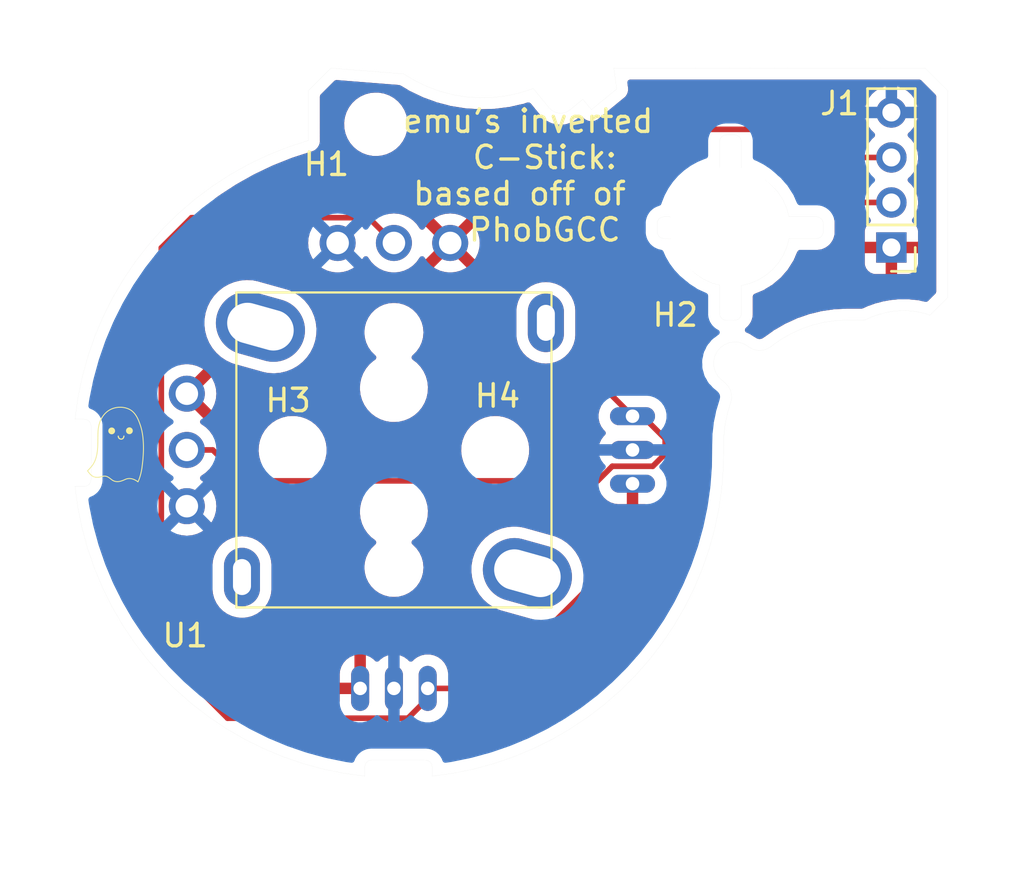
<source format=kicad_pcb>
(kicad_pcb (version 20211014) (generator pcbnew)
  (layers (0 "F.Cu" signal) (31 "B.Cu" signal) (36 "B.SilkS" user "B.Silkscreen") (37 "F.SilkS" user "F.Silkscreen") (38 "B.Mask" user) (39 "F.Mask" user) (44 "Edge.Cuts" user))
  (net 0 "")
  (net 1 "VCC")
  (net 2 "GND")
  (net 3 "Net-(J1-Pad2)")
  (net 4 "Net-(J1-Pad3)")
  (footprint "Gamecube MB:MountingHole_2.0mm" (layer "F.Cu") (at 145.5 100)
    (fp_text reference "H3")
    (fp_text value "MountingHole")
  )
  (footprint "Gamecube MB:MountingHole_1.8mm" (layer "F.Cu") (at 149.2 85.525)
    (fp_text reference "H1")
    (fp_text value "MountingHole")
  )
  (footprint "Gamecube MB:Ghost Logo Small" (layer "F.Cu") (at 137.7 99.8)
    (fp_text reference "G***" hide)
    (fp_text value "LOGO" hide)
  )
  (footprint "Gamecube MB:MountingHole_5.2mm" (layer "F.Cu") (at 164.85 90)
    (fp_text reference "H2")
    (fp_text value "MountingHole")
  )
  (footprint "Gamecube MB:MountingHole_2.0mm" (layer "F.Cu") (at 154.5 100)
    (fp_text reference "H4")
    (fp_text value "MountingHole")
  )
  (footprint "Connector_PinHeader_2.00mm:PinHeader_1x04_P2.00mm_Vertical" (layer "F.Cu") (at 172.1 91 180)
    (fp_text reference "J1")
    (fp_text value "Conn_01x04_Male")
  )
  (footprint "Gamecube MB:GCC_Stickbox_2" (layer "F.Cu") (at 150 100 180)
    (fp_text reference "U1")
    (fp_text value "Stickbox_Assembly")
  )
  (gr_line (start 146.239378 114.017438) (end 145.956877 113.940251) (layer "Edge.Cuts") (width 0.003779))
  (gr_line (start 171.599001 93.9611) (end 171.567743 93.969477) (layer "Edge.Cuts") (width 0.003779))
  (gr_line (start 167.557375 90.599875) (end 167.557375 90.599875) (layer "Edge.Cuts") (width 0.003779))
  (gr_line (start 157.818864 84.88557) (end 157.818864 84.88557) (layer "Edge.Cuts") (width 0.003779))
  (gr_line (start 167.346437 91.233876) (end 167.455751 90.983625) (layer "Edge.Cuts") (width 0.003779))
  (gr_line (start 151.667001 83.919375) (end 152.055439 84.061001) (layer "Edge.Cuts") (width 0.003779))
  (gr_line (start 162.831127 91.549876) (end 162.831127 91.549876) (layer "Edge.Cuts") (width 0.003779))
  (gr_line (start 151.694378 114.475251) (end 151.694378 114.085126) (layer "Edge.Cuts") (width 0.003779))
  (gr_line (start 158.775377 84.87575) (end 158.775377 84.87575) (layer "Edge.Cuts") (width 0.003779))
  (gr_line (start 148.709628 114.475251) (end 148.709628 114.475251) (layer "Edge.Cuts") (width 0.003779))
  (gr_line (start 136.48941 98.764501) (end 136.457378 98.723126) (layer "Edge.Cuts") (width 0.003779))
  (gr_line (start 136.245378 101.619876) (end 136.323379 101.609876) (layer "Edge.Cuts") (width 0.003779))
  (gr_line (start 164.349002 95.637501) (end 164.349002 95.637501) (layer "Edge.Cuts") (width 0.003779))
  (gr_line (start 164.99385 97.517275) (end 164.99385 97.517275) (layer "Edge.Cuts") (width 0.003779))
  (gr_line (start 164.565002 101.704188) (end 164.565002 101.704188) (layer "Edge.Cuts") (width 0.003779))
  (gr_line (start 148.798384 113.872552) (end 148.797627 113.873126) (layer "Edge.Cuts") (width 0.003779))
  (gr_line (start 166.73094 92.059875) (end 166.73094 92.059875) (layer "Edge.Cuts") (width 0.003779))
  (gr_line (start 162.447939 89.635125) (end 162.447939 89.635125) (layer "Edge.Cuts") (width 0.003779))
  (gr_line (start 158.775377 84.87575) (end 159.311002 84.435893) (layer "Edge.Cuts") (width 0.003779))
  (gr_line (start 170.574999 94.2275) (end 170.574999 94.2275) (layer "Edge.Cuts") (width 0.003779))
  (gr_line (start 165.109001 95.198501) (end 164.884002 95.2355) (layer "Edge.Cuts") (width 0.003779))
  (gr_line (start 170.869249 94.2275) (end 170.574999 94.2275) (layer "Edge.Cuts") (width 0.003779))
  (gr_line (start 166.411564 87.951376) (end 166.179189 87.810438) (layer "Edge.Cuts") (width 0.003779))
  (gr_line (start 166.411564 87.951376) (end 166.411564 87.951376) (layer "Edge.Cuts") (width 0.003779))
  (gr_line (start 166.1833 92.443494) (end 166.183876 92.443251) (layer "Edge.Cuts") (width 0.003779))
  (gr_line (start 161.696003 90.299875) (end 161.696003 90.299875) (layer "Edge.Cuts") (width 0.003779))
  (gr_line (start 170.907262 94.2275) (end 170.876276 94.2275) (layer "Edge.Cuts") (width 0.003779))
  (gr_line (start 173.880094 93.948277) (end 173.880094 93.948277) (layer "Edge.Cuts") (width 0.003779))
  (gr_line (start 165.360065 86.103813) (end 165.360065 86.103813) (layer "Edge.Cuts") (width 0.003779))
  (gr_line (start 159.832189 110.891812) (end 159.34819 111.314626) (layer "Edge.Cuts") (width 0.003779))
  (gr_line (start 153.231689 84.309251) (end 153.420128 84.321751) (layer "Edge.Cuts") (width 0.003779))
  (gr_line (start 141.259878 111.469624) (end 141.027691 111.291188) (layer "Edge.Cuts") (width 0.003779))
  (gr_line (start 142.553262 112.387021) (end 142.553262 112.387021) (layer "Edge.Cuts") (width 0.003779))
  (gr_line (start 136.086191 103.181064) (end 136.021104 102.860501) (layer "Edge.Cuts") (width 0.003779))
  (gr_line (start 171.393469 94.027828) (end 171.23773 94.081939) (layer "Edge.Cuts") (width 0.003779))
  (gr_line (start 164.618625 94.198251) (end 164.618625 94.198251) (layer "Edge.Cuts") (width 0.003779))
  (gr_line (start 136.61844 95.222001) (end 136.716253 94.941063) (layer "Edge.Cuts") (width 0.003779))
  (gr_line (start 165.133377 94.238251) (end 165.211376 94.22825) (layer "Edge.Cuts") (width 0.003779))
  (gr_line (start 167.085374 91.681437) (end 167.085374 91.681437) (layer "Edge.Cuts") (width 0.003779))
  (gr_line (start 164.540001 96.875501) (end 164.540001 96.875501) (layer "Edge.Cuts") (width 0.003779))
  (gr_line (start 164.214252 92.599688) (end 164.286899 92.6205) (layer "Edge.Cuts") (width 0.003779))
  (gr_line (start 148.859627 113.826125) (end 148.859627 113.826125) (layer "Edge.Cuts") (width 0.003779))
  (gr_line (start 161.736002 89.785126) (end 161.726627 89.807938) (layer "Edge.Cuts") (width 0.003779))
  (gr_line (start 164.690628 86.00775) (end 164.690628 86.00775) (layer "Edge.Cuts") (width 0.003779))
  (gr_line (start 164.468628 93.644501) (end 164.468628 93.93825) (layer "Edge.Cuts") (width 0.003779))
  (gr_line (start 164.214252 92.599688) (end 164.214252 92.599688) (layer "Edge.Cuts") (width 0.003779))
  (gr_line (start 165.260564 86.027688) (end 165.210376 86.00775) (layer "Edge.Cuts") (width 0.003779))
  (gr_line (start 164.644565 100.130063) (end 164.644565 100.130063) (layer "Edge.Cuts") (width 0.003779))
  (gr_line (start 147.023002 114.219483) (end 147.023002 114.219483) (layer "Edge.Cuts") (width 0.003779))
  (gr_line (start 147.781628 114.373876) (end 147.611108 114.339215) (layer "Edge.Cuts") (width 0.003779))
  (gr_line (start 163.407001 88.07668) (end 163.237064 88.225375) (layer "Edge.Cuts") (width 0.003779))
  (gr_line (start 151.693002 114.495877) (end 151.693002 114.495877) (layer "Edge.Cuts") (width 0.003779))
  (gr_line (start 169.063875 90.3535) (end 169.063875 90.3535) (layer "Edge.Cuts") (width 0.003779))
  (gr_line (start 136.390941 104.373626) (end 136.390941 104.373626) (layer "Edge.Cuts") (width 0.003779))
  (gr_line (start 167.503 94.910598) (end 167.503 94.910598) (layer "Edge.Cuts") (width 0.003779))
  (gr_line (start 137.474954 106.967399) (end 137.474941 106.967376) (layer "Edge.Cuts") (width 0.003779))
  (gr_line (start 153.231689 84.309251) (end 153.231689 84.309251) (layer "Edge.Cuts") (width 0.003779))
  (gr_line (start 142.01519 112.026002) (end 142.01519 112.026002) (layer "Edge.Cuts") (width 0.003779))
  (gr_line (start 165.393377 94.08825) (end 165.393377 94.08825) (layer "Edge.Cuts") (width 0.003779))
  (gr_line (start 162.47118 89.548501) (end 162.47118 89.548501) (layer "Edge.Cuts") (width 0.003779))
  (gr_line (start 161.702877 89.8815) (end 161.696003 89.935125) (layer "Edge.Cuts") (width 0.003779))
  (gr_line (start 173.168607 93.843345) (end 173.168607 93.843345) (layer "Edge.Cuts") (width 0.003779))
  (gr_line (start 136.245378 101.619876) (end 136.245378 101.619876) (layer "Edge.Cuts") (width 0.003779))
  (gr_line (start 135.85597 98.451371) (end 135.85597 98.451371) (layer "Edge.Cuts") (width 0.003779))
  (gr_line (start 142.804191 112.53275) (end 142.804191 112.53275) (layer "Edge.Cuts") (width 0.003779))
  (gr_line (start 164.675003 95.3255) (end 164.494003 95.461501) (layer "Edge.Cuts") (width 0.003779))
  (gr_line (start 162.541938 90.971625) (end 162.541938 90.971625) (layer "Edge.Cuts") (width 0.003779))
  (gr_line (start 146.239378 114.017438) (end 146.239378 114.017438) (layer "Edge.Cuts") (width 0.003779))
  (gr_line (start 163.895378 104.719188) (end 163.895378 104.719188) (layer "Edge.Cuts") (width 0.003779))
  (gr_line (start 135.83086 98.635125) (end 135.838697 98.577773) (layer "Edge.Cuts") (width 0.003779))
  (gr_line (start 164.541938 86.103813) (end 164.541938 86.103813) (layer "Edge.Cuts") (width 0.003779))
  (gr_line (start 159.895252 83.956125) (end 159.895252 83.956125) (layer "Edge.Cuts") (width 0.003779))
  (gr_line (start 148.74994 113.935124) (end 148.74994 113.935124) (layer "Edge.Cuts") (width 0.003779))
  (gr_line (start 174.6 93.226817) (end 174.6 93.2275) (layer "Edge.Cuts") (width 0.003779))
  (gr_line (start 142.553262 112.387021) (end 142.550753 112.385564) (layer "Edge.Cuts") (width 0.003779))
  (gr_line (start 163.683628 105.326251) (end 163.407001 105.979815) (layer "Edge.Cuts") (width 0.003779))
  (gr_line (start 152.055439 84.061001) (end 152.055439 84.061001) (layer "Edge.Cuts") (width 0.003779))
  (gr_line (start 166.070438 92.491063) (end 166.1833 92.443494) (layer "Edge.Cuts") (width 0.003779))
  (gr_line (start 167.166998 95.104501) (end 167.166998 95.104501) (layer "Edge.Cuts") (width 0.003779))
  (gr_line (start 169.102998 94.3275) (end 169.102998 94.3275) (layer "Edge.Cuts") (width 0.003779))
  (gr_line (start 153.420128 84.321751) (end 153.832626 84.348563) (layer "Edge.Cuts") (width 0.003779))
  (gr_line (start 163.528751 92.263563) (end 163.528751 92.263563) (layer "Edge.Cuts") (width 0.003779))
  (gr_line (start 164.241314 103.543563) (end 164.241314 103.543563) (layer "Edge.Cuts") (width 0.003779))
  (gr_line (start 152.329315 114.41425) (end 151.69269 114.500874) (layer "Edge.Cuts") (width 0.003779))
  (gr_line (start 165.698753 92.62625) (end 165.698753 92.62625) (layer "Edge.Cuts") (width 0.003779))
  (gr_line (start 173.825201 94.003295) (end 173.81682 94.01167) (layer "Edge.Cuts") (width 0.003779))
  (gr_line (start 141.155492 88.860646) (end 141.155492 88.860646) (layer "Edge.Cuts") (width 0.003779))
  (gr_line (start 142.720941 87.765876) (end 142.720941 87.765876) (layer "Edge.Cuts") (width 0.003779))
  (gr_line (start 157.559314 85.012126) (end 157.559314 85.012126) (layer "Edge.Cuts") (width 0.003779))
  (gr_line (start 162.898185 107.026116) (end 162.898185 107.026116) (layer "Edge.Cuts") (width 0.003779))
  (gr_line (start 160.50769 110.246564) (end 160.50769 110.246564) (layer "Edge.Cuts") (width 0.003779))
  (gr_line (start 154.15419 114.020125) (end 154.15419 114.020125) (layer "Edge.Cuts") (width 0.003779))
  (gr_line (start 137.474954 106.967399) (end 137.474954 106.967399) (layer "Edge.Cuts") (width 0.003779))
  (gr_line (start 148.932627 113.796124) (end 148.859627 113.826125) (layer "Edge.Cuts") (width 0.003779))
  (gr_line (start 136.403942 95.841438) (end 136.61844 95.222001) (layer "Edge.Cuts") (width 0.003779))
  (gr_line (start 164.349002 95.637501) (end 164.251003 95.842501) (layer "Edge.Cuts") (width 0.003779))
  (gr_line (start 151.694378 114.475251) (end 151.694378 114.475251) (layer "Edge.Cuts") (width 0.003779))
  (gr_line (start 171.532133 93.979218) (end 171.530416 93.979861) (layer "Edge.Cuts") (width 0.003779))
  (gr_line (start 164.944002 97.3345) (end 164.944002 97.3345) (layer "Edge.Cuts") (width 0.003779))
  (gr_line (start 136.545379 101.319875) (end 136.545379 101.319875) (layer "Edge.Cuts") (width 0.003779))
  (gr_line (start 162.428253 107.827939) (end 161.905252 108.601937) (layer "Edge.Cuts") (width 0.003779))
  (gr_line (start 161.736002 90.449876) (end 161.783001 90.512875) (layer "Edge.Cuts") (width 0.003779))
  (gr_line (start 136.390941 104.373626) (end 136.314065 104.091126) (layer "Edge.Cuts") (width 0.003779))
  (gr_line (start 163.407001 105.979815) (end 163.407001 105.979815) (layer "Edge.Cuts") (width 0.003779))
  (gr_line (start 167.553373 89.635125) (end 167.553373 89.635125) (layer "Edge.Cuts") (width 0.003779))
  (gr_line (start 155.79919 84.064063) (end 155.79919 84.064063) (layer "Edge.Cuts") (width 0.003779))
  (gr_line (start 149.785231 83.233278) (end 149.785231 83.233278) (layer "Edge.Cuts") (width 0.003779))
  (gr_line (start 143.547728 87.301377) (end 143.547728 87.301377) (layer "Edge.Cuts") (width 0.003779))
  (gr_line (start 171.812521 93.903879) (end 171.599001 93.9611) (layer "Edge.Cuts") (width 0.003779))
  (gr_line (start 165.133377 94.238251) (end 165.133377 94.238251) (layer "Edge.Cuts") (width 0.003779))
  (gr_line (start 173.647001 93.954411) (end 173.647001 93.954411) (layer "Edge.Cuts") (width 0.003779))
  (gr_line (start 167.143625 88.666688) (end 167.077375 88.563563) (layer "Edge.Cuts") (width 0.003779))
  (gr_line (start 136.545379 101.319875) (end 136.545379 98.935126) (layer "Edge.Cuts") (width 0.003779))
  (gr_line (start 168.983438 89.723125) (end 168.981722 89.721797) (layer "Edge.Cuts") (width 0.003779))
  (gr_line (start 157.828815 112.400624) (end 157.820953 112.405179) (layer "Edge.Cuts") (width 0.003779))
  (gr_line (start 148.782941 113.892501) (end 148.782941 113.892501) (layer "Edge.Cuts") (width 0.003779))
  (gr_line (start 167.151312 91.577688) (end 167.297063 91.346688) (layer "Edge.Cuts") (width 0.003779))
  (gr_line (start 136.325191 96.128313) (end 136.403942 95.841438) (layer "Edge.Cuts") (width 0.003779))
  (gr_line (start 164.373314 102.9145) (end 164.373314 102.9145) (layer "Edge.Cuts") (width 0.003779))
  (gr_line (start 160.051876 110.699626) (end 160.051876 110.699626) (layer "Edge.Cuts") (width 0.003779))
  (gr_line (start 155.215002 84.21353) (end 155.216251 84.21325) (layer "Edge.Cuts") (width 0.003779))
  (gr_line (start 165.30244 86.051438) (end 165.30244 86.051438) (layer "Edge.Cuts") (width 0.003779))
  (gr_line (start 162.444627 90.599875) (end 162.505706 90.834753) (layer "Edge.Cuts") (width 0.003779))
  (gr_line (start 137.847629 92.64825) (end 137.998565 92.392001) (layer "Edge.Cuts") (width 0.003779))
  (gr_line (start 162.960891 88.524501) (end 162.901626 88.594563) (layer "Edge.Cuts") (width 0.003779))
  (gr_line (start 168.920751 90.559875) (end 168.964063 90.527563) (layer "Edge.Cuts") (width 0.003779))
  (gr_line (start 164.563505 101.714667) (end 164.563505 101.714667) (layer "Edge.Cuts") (width 0.003779))
  (gr_line (start 161.333252 109.340939) (end 161.333252 109.340939) (layer "Edge.Cuts") (width 0.003779))
  (gr_line (start 161.905252 108.601937) (end 161.333252 109.340939) (layer "Edge.Cuts") (width 0.003779))
  (gr_line (start 173.813711 94.010606) (end 173.655912 93.957415) (layer "Edge.Cuts") (width 0.003779))
  (gr_line (start 164.648002 99.8385) (end 164.648002 99.8385) (layer "Edge.Cuts") (width 0.003779))
  (gr_line (start 137.945629 107.779752) (end 137.798753 107.526313) (layer "Edge.Cuts") (width 0.003779))
  (gr_line (start 165.815439 87.65875) (end 165.696689 87.628751) (layer "Edge.Cuts") (width 0.003779))
  (gr_line (start 163.755371 87.845638) (end 163.755249 87.845694) (layer "Edge.Cuts") (width 0.003779))
  (gr_line (start 151.684377 114.008126) (end 151.654377 113.935124) (layer "Edge.Cuts") (width 0.003779))
  (gr_line (start 163.407001 83.0275) (end 164.887722 83.0275) (layer "Edge.Cuts") (width 0.003779))
  (gr_line (start 172.731763 93.811011) (end 172.731763 93.811011) (layer "Edge.Cuts") (width 0.003779))
  (gr_line (start 167.999986 94.6685) (end 167.999986 94.6685) (layer "Edge.Cuts") (width 0.003779))
  (gr_line (start 165.551002 95.286501) (end 165.455001 95.254945) (layer "Edge.Cuts") (width 0.003779))
  (gr_line (start 163.071439 88.393813) (end 163.071439 88.393813) (layer "Edge.Cuts") (width 0.003779))
  (gr_line (start 166.740001 95.409501) (end 166.740001 95.409501) (layer "Edge.Cuts") (width 0.003779))
  (gr_line (start 155.031877 84.2545) (end 155.215002 84.21353) (layer "Edge.Cuts") (width 0.003779))
  (gr_line (start 164.468628 92.672562) (end 164.468628 92.672562) (layer "Edge.Cuts") (width 0.003779))
  (gr_line (start 173.295126 93.869222) (end 173.295126 93.869222) (layer "Edge.Cuts") (width 0.003779))
  (gr_line (start 164.432691 102.63036) (end 164.432691 102.63036) (layer "Edge.Cuts") (width 0.003779))
  (gr_line (start 164.565002 101.704188) (end 164.563505 101.714667) (layer "Edge.Cuts") (width 0.003779))
  (gr_line (start 173.141103 93.840889) (end 172.983762 93.826846) (layer "Edge.Cuts") (width 0.003779))
  (gr_line (start 157.820953 112.405179) (end 157.820953 112.405179) (layer "Edge.Cuts") (width 0.003779))
  (gr_line (start 139.121566 90.853625) (end 139.558128 90.3655) (layer "Edge.Cuts") (width 0.003779))
  (gr_line (start 171.236646 94.082316) (end 171.226713 94.086799) (layer "Edge.Cuts") (width 0.003779))
  (gr_line (start 163.991314 104.443562) (end 163.895378 104.719188) (layer "Edge.Cuts") (width 0.003779))
  (gr_line (start 137.847629 92.64825) (end 137.847629 92.64825) (layer "Edge.Cuts") (width 0.003779))
  (gr_line (start 161.706001 90.377875) (end 161.736002 90.449876) (layer "Edge.Cuts") (width 0.003779))
  (gr_line (start 171.393469 94.027828) (end 171.393469 94.027828) (layer "Edge.Cuts") (width 0.003779))
  (gr_line (start 137.344629 106.705188) (end 137.344629 106.705188) (layer "Edge.Cuts") (width 0.003779))
  (gr_line (start 137.087253 94.064063) (end 137.087253 94.064063) (layer "Edge.Cuts") (width 0.003779))
  (gr_line (start 137.998565 92.392001) (end 137.998565 92.392001) (layer "Edge.Cuts") (width 0.003779))
  (gr_line (start 151.667001 83.919375) (end 151.667001 83.919375) (layer "Edge.Cuts") (width 0.003779))
  (gr_line (start 136.695941 105.261313) (end 136.600629 104.984126) (layer "Edge.Cuts") (width 0.003779))
  (gr_line (start 161.696003 89.935125) (end 161.696003 89.935125) (layer "Edge.Cuts") (width 0.003779))
  (gr_line (start 138.831002 109.032079) (end 138.467628 108.559438) (layer "Edge.Cuts") (width 0.003779))
  (gr_line (start 166.588001 95.5045) (end 166.588001 95.5045) (layer "Edge.Cuts") (width 0.003779))
  (gr_line (start 166.416938 92.30025) (end 166.416938 92.30025) (layer "Edge.Cuts") (width 0.003779))
  (gr_line (start 148.709628 114.500646) (end 148.651404 114.492696) (layer "Edge.Cuts") (width 0.003779))
  (gr_line (start 163.407001 83.0275) (end 163.407001 83.0275) (layer "Edge.Cuts") (width 0.003779))
  (gr_line (start 148.797627 113.873126) (end 148.797627 113.873126) (layer "Edge.Cuts") (width 0.003779))
  (gr_line (start 146.202003 85.80961) (end 146.202003 85.80961) (layer "Edge.Cuts") (width 0.003779))
  (gr_line (start 151.119001 113.785127) (end 151.119001 113.785127) (layer "Edge.Cuts") (width 0.003779))
  (gr_line (start 162.900627 107.021939) (end 162.898185 107.026116) (layer "Edge.Cuts") (width 0.003779))
  (gr_line (start 172.455724 93.811032) (end 172.398824 93.815856) (layer "Edge.Cuts") (width 0.003779))
  (gr_line (start 164.887722 83.0275) (end 164.887722 83.0275) (layer "Edge.Cuts") (width 0.003779))
  (gr_line (start 136.149761 96.767383) (end 136.149761 96.767383) (layer "Edge.Cuts") (width 0.003779))
  (gr_line (start 168.890451 90.5725) (end 168.890451 90.5725) (layer "Edge.Cuts") (width 0.003779))
  (gr_line (start 162.444627 90.599875) (end 162.444627 90.599875) (layer "Edge.Cuts") (width 0.003779))
  (gr_line (start 172.268736 93.828848) (end 172.146276 93.841079) (layer "Edge.Cuts") (width 0.003779))
  (gr_line (start 163.071439 88.393813) (end 162.960891 88.524501) (layer "Edge.Cuts") (width 0.003779))
  (gr_line (start 164.099876 92.566564) (end 164.099876 92.566564) (layer "Edge.Cuts") (width 0.003779))
  (gr_line (start 139.465879 109.788501) (end 139.465879 109.788501) (layer "Edge.Cuts") (width 0.003779))
  (gr_line (start 164.716003 98.8565) (end 164.660001 99.3455) (layer "Edge.Cuts") (width 0.003779))
  (gr_line (start 171.46993 94.001264) (end 171.393469 94.027828) (layer "Edge.Cuts") (width 0.003779))
  (gr_line (start 166.515939 88.015125) (end 166.515939 88.015125) (layer "Edge.Cuts") (width 0.003779))
  (gr_line (start 164.101877 87.687751) (end 164.101877 87.687751) (layer "Edge.Cuts") (width 0.003779))
  (gr_line (start 164.286899 92.6205) (end 164.286899 92.6205) (layer "Edge.Cuts") (width 0.003779))
  (gr_line (start 151.694378 114.085126) (end 151.684377 114.008126) (layer "Edge.Cuts") (width 0.003779))
  (gr_line (start 164.468628 92.672562) (end 164.468628 93.644501) (layer "Edge.Cuts") (width 0.003779))
  (gr_line (start 172.983762 93.826846) (end 172.972456 93.825599) (layer "Edge.Cuts") (width 0.003779))
  (gr_line (start 138.831002 91.225055) (end 138.831002 91.225055) (layer "Edge.Cuts") (width 0.003779))
  (gr_line (start 146.202003 86.176272) (end 146.202003 86.174936) (layer "Edge.Cuts") (width 0.003779))
  (gr_line (start 136.535379 101.397876) (end 136.545379 101.319875) (layer "Edge.Cuts") (width 0.003779))
  (gr_line (start 163.862627 87.796375) (end 163.755371 87.845638) (layer "Edge.Cuts") (width 0.003779))
  (gr_line (start 137.469535 106.956502) (end 137.344629 106.705188) (layer "Edge.Cuts") (width 0.003779))
  (gr_line (start 138.467628 108.559438) (end 138.304504 108.316001) (layer "Edge.Cuts") (width 0.003779))
  (gr_line (start 169.070749 90.300563) (end 169.070749 90.299875) (layer "Edge.Cuts") (width 0.003779))
  (gr_line (start 137.945629 107.779752) (end 137.945629 107.779752) (layer "Edge.Cuts") (width 0.003779))
  (gr_line (start 173.81682 94.01167) (end 173.81682 94.01167) (layer "Edge.Cuts") (width 0.003779))
  (gr_line (start 148.797627 113.873126) (end 148.782941 113.892501) (layer "Edge.Cuts") (width 0.003779))
  (gr_line (start 167.346437 91.233876) (end 167.346437 91.233876) (layer "Edge.Cuts") (width 0.003779))
  (gr_line (start 143.363127 112.856564) (end 142.804191 112.53275) (layer "Edge.Cuts") (width 0.003779))
  (gr_line (start 174.28388 93.543618) (end 173.93234 93.895923) (layer "Edge.Cuts") (width 0.003779))
  (gr_line (start 146.202003 85.501876) (end 146.202003 85.497202) (layer "Edge.Cuts") (width 0.003779))
  (gr_line (start 135.959941 97.693126) (end 135.959941 97.693126) (layer "Edge.Cuts") (width 0.003779))
  (gr_line (start 137.087253 94.064063) (end 137.381503 93.478312) (layer "Edge.Cuts") (width 0.003779))
  (gr_line (start 145.346378 113.730563) (end 145.346378 113.730563) (layer "Edge.Cuts") (width 0.003779))
  (gr_line (start 139.121566 90.853625) (end 139.121566 90.853625) (layer "Edge.Cuts") (width 0.003779))
  (gr_line (start 168.983438 89.723125) (end 168.983438 89.723125) (layer "Edge.Cuts") (width 0.003779))
  (gr_line (start 165.433376 87.564126) (end 165.433376 86.4765) (layer "Edge.Cuts") (width 0.003779))
  (gr_line (start 173.220029 93.85119) (end 173.198442 93.846007) (layer "Edge.Cuts") (width 0.003779))
  (gr_line (start 169.060751 90.377875) (end 169.060751 90.377875) (layer "Edge.Cuts") (width 0.003779))
  (gr_line (start 145.296315 86.536501) (end 145.91919 86.334375) (layer "Edge.Cuts") (width 0.003779))
  (gr_line (start 138.831002 109.032079) (end 138.831002 109.032079) (layer "Edge.Cuts") (width 0.003779))
  (gr_line (start 154.15419 114.020125) (end 153.534065 114.188565) (layer "Edge.Cuts") (width 0.003779))
  (gr_line (start 146.202003 85.501876) (end 146.202003 85.501876) (layer "Edge.Cuts") (width 0.003779))
  (gr_line (start 173.6 83.0275) (end 174.6 84.0275) (layer "Edge.Cuts") (width 0.003779))
  (gr_line (start 135.835628 101.618501) (end 135.835628 101.618501) (layer "Edge.Cuts") (width 0.003779))
  (gr_line (start 163.755249 87.845694) (end 163.755127 87.845751) (layer "Edge.Cuts") (width 0.003779))
  (gr_line (start 161.846002 89.675126) (end 161.846002 89.675126) (layer "Edge.Cuts") (width 0.003779))
  (gr_line (start 149.799905 83.234444) (end 150.268063 83.271624) (layer "Edge.Cuts") (width 0.003779))
  (gr_line (start 151.654377 113.935124) (end 151.606376 113.873126) (layer "Edge.Cuts") (width 0.003779))
  (gr_line (start 164.768627 85.996751) (end 164.768627 85.996751) (layer "Edge.Cuts") (width 0.003779))
  (gr_line (start 148.350127 114.45155) (end 148.08276 114.41504) (layer "Edge.Cuts") (width 0.003779))
  (gr_line (start 172.365343 93.819199) (end 172.365343 93.819199) (layer "Edge.Cuts") (width 0.003779))
  (gr_line (start 141.160253 88.856563) (end 141.684816 88.464001) (layer "Edge.Cuts") (width 0.003779))
  (gr_line (start 158.775354 84.875724) (end 158.775354 84.875724) (layer "Edge.Cuts") (width 0.003779))
  (gr_line (start 167.555517 89.635125) (end 167.555517 89.635125) (layer "Edge.Cuts") (width 0.003779))
  (gr_line (start 155.043813 113.735625) (end 154.436063 113.94325) (layer "Edge.Cuts") (width 0.003779))
  (gr_line (start 161.905252 108.601937) (end 161.905252 108.601937) (layer "Edge.Cuts") (width 0.003779))
  (gr_line (start 172.814207 93.810232) (end 172.731763 93.811011) (layer "Edge.Cuts") (width 0.003779))
  (gr_line (start 151.606376 113.873126) (end 151.606376 113.873126) (layer "Edge.Cuts") (width 0.003779))
  (gr_line (start 137.344629 106.705188) (end 137.057254 106.127) (layer "Edge.Cuts") (width 0.003779))
  (gr_line (start 164.391538 96.7165) (end 164.540001 96.875501) (layer "Edge.Cuts") (width 0.003779))
  (gr_line (start 164.215625 87.654626) (end 164.101877 87.687751) (layer "Edge.Cuts") (width 0.003779))
  (gr_line (start 171.599001 83.0275) (end 173.6 83.0275) (layer "Edge.Cuts") (width 0.003779))
  (gr_line (start 146.202003 86.174936) (end 146.202003 86.034494) (layer "Edge.Cuts") (width 0.003779))
  (gr_line (start 169.015749 90.470251) (end 169.015749 90.470251) (layer "Edge.Cuts") (width 0.003779))
  (gr_line (start 155.913065 113.394126) (end 155.319751 113.640939) (layer "Edge.Cuts") (width 0.003779))
  (gr_line (start 168.593 94.451501) (end 168.593 94.451501) (layer "Edge.Cuts") (width 0.003779))
  (gr_line (start 158.458822 84.490753) (end 158.656315 84.730751) (layer "Edge.Cuts") (width 0.003779))
  (gr_line (start 149.785231 83.233278) (end 149.799905 83.234444) (layer "Edge.Cuts") (width 0.003779))
  (gr_line (start 162.511314 90.856313) (end 162.511314 90.856313) (layer "Edge.Cuts") (width 0.003779))
  (gr_line (start 166.183876 92.443251) (end 166.183876 92.443251) (layer "Edge.Cuts") (width 0.003779))
  (gr_line (start 165.455001 95.254945) (end 165.455001 95.254945) (layer "Edge.Cuts") (width 0.003779))
  (gr_line (start 173.93234 93.895923) (end 173.880094 93.948277) (layer "Edge.Cuts") (width 0.003779))
  (gr_line (start 137.998565 92.392001) (end 138.367067 91.850251) (layer "Edge.Cuts") (width 0.003779))
  (gr_line (start 152.237627 84.109126) (end 152.637752 84.213626) (layer "Edge.Cuts") (width 0.003779))
  (gr_line (start 169.070749 89.935125) (end 169.060751 89.857125) (layer "Edge.Cuts") (width 0.003779))
  (gr_line (start 168.964063 90.527563) (end 168.964063 90.527563) (layer "Edge.Cuts") (width 0.003779))
  (gr_line (start 161.726627 89.807938) (end 161.726627 89.807938) (layer "Edge.Cuts") (width 0.003779))
  (gr_line (start 143.551628 87.299188) (end 143.551628 87.299188) (layer "Edge.Cuts") (width 0.003779))
  (gr_line (start 139.558128 90.3655) (end 139.558128 90.3655) (layer "Edge.Cuts") (width 0.003779))
  (gr_line (start 165.260564 86.027688) (end 165.260564 86.027688) (layer "Edge.Cuts") (width 0.003779))
  (gr_line (start 168.964063 89.708126) (end 168.920751 89.675126) (layer "Edge.Cuts") (width 0.003779))
  (gr_line (start 163.230377 92.02325) (end 163.230377 92.02325) (layer "Edge.Cuts") (width 0.003779))
  (gr_line (start 156.182439 113.281937) (end 156.182439 113.281937) (layer "Edge.Cuts") (width 0.003779))
  (gr_line (start 164.494003 95.461501) (end 164.494003 95.461501) (layer "Edge.Cuts") (width 0.003779))
  (gr_line (start 159.116626 111.492125) (end 158.605814 111.881938) (layer "Edge.Cuts") (width 0.003779))
  (gr_line (start 167.503 90.807147) (end 167.503 90.807147) (layer "Edge.Cuts") (width 0.003779))
  (gr_line (start 164.556627 94.15025) (end 164.556627 94.15025) (layer "Edge.Cuts") (width 0.003779))
  (gr_line (start 166.905935 91.887689) (end 167.085374 91.681437) (layer "Edge.Cuts") (width 0.003779))
  (gr_line (start 168.964063 89.708126) (end 168.964063 89.708126) (layer "Edge.Cuts") (width 0.003779))
  (gr_line (start 172.627103 93.812001) (end 172.627103 93.812001) (layer "Edge.Cuts") (width 0.003779))
  (gr_line (start 161.918003 90.589875) (end 161.996002 90.599875) (layer "Edge.Cuts") (width 0.003779))
  (gr_line (start 164.620197 100.980819) (end 164.613815 101.063437) (layer "Edge.Cuts") (width 0.003779))
  (gr_line (start 165.808185 83.0275) (end 165.808185 83.0275) (layer "Edge.Cuts") (width 0.003779))
  (gr_line (start 163.895378 104.719188) (end 163.683628 105.326251) (layer "Edge.Cuts") (width 0.003779))
  (gr_line (start 138.860879 109.070939) (end 138.831002 109.032079) (layer "Edge.Cuts") (width 0.003779))
  (gr_line (start 135.835628 101.618501) (end 135.856254 101.619876) (layer "Edge.Cuts") (width 0.003779))
  (gr_line (start 151.693002 114.495877) (end 151.694378 114.475251) (layer "Edge.Cuts") (width 0.003779))
  (gr_line (start 148.07194 114.413564) (end 147.781628 114.373876) (layer "Edge.Cuts") (width 0.003779))
  (gr_line (start 164.620197 100.980819) (end 164.620197 100.980819) (layer "Edge.Cuts") (width 0.003779))
  (gr_line (start 144.203502 113.273564) (end 143.625315 112.986874) (layer "Edge.Cuts") (width 0.003779))
  (gr_line (start 163.064127 91.85325) (end 163.141002 91.944501) (layer "Edge.Cuts") (width 0.003779))
  (gr_line (start 164.468628 87.583126) (end 164.468628 87.583126) (layer "Edge.Cuts") (width 0.003779))
  (gr_line (start 157.173689 84.994438) (end 157.173689 84.994438) (layer "Edge.Cuts") (width 0.003779))
  (gr_line (start 165.210376 86.00775) (end 165.210376 86.00775) (layer "Edge.Cuts") (width 0.003779))
  (gr_line (start 151.472377 113.796124) (end 151.472377 113.796124) (layer "Edge.Cuts") (width 0.003779))
  (gr_line (start 164.286899 92.6205) (end 164.468628 92.672562) (layer "Edge.Cuts") (width 0.003779))
  (gr_line (start 165.808185 83.0275) (end 165.851814 83.0275) (layer "Edge.Cuts") (width 0.003779))
  (gr_line (start 156.900377 84.798438) (end 156.900377 84.798438) (layer "Edge.Cuts") (width 0.003779))
  (gr_line (start 138.938129 91.088) (end 138.938129 91.088) (layer "Edge.Cuts") (width 0.003779))
  (gr_line (start 165.433376 92.691564) (end 165.455001 92.68624) (layer "Edge.Cuts") (width 0.003779))
  (gr_line (start 141.259878 111.469624) (end 141.259878 111.469624) (layer "Edge.Cuts") (width 0.003779))
  (gr_line (start 173.880094 93.948277) (end 173.859098 93.96932) (layer "Edge.Cuts") (width 0.003779))
  (gr_line (start 162.699939 88.917625) (end 162.652439 89.026063) (layer "Edge.Cuts") (width 0.003779))
  (gr_line (start 136.021104 102.860501) (end 136.021104 102.860501) (layer "Edge.Cuts") (width 0.003779))
  (gr_line (start 161.846002 90.559875) (end 161.846002 90.559875) (layer "Edge.Cuts") (width 0.003779))
  (gr_line (start 139.659003 110.0085) (end 139.659003 110.0085) (layer "Edge.Cuts") (width 0.003779))
  (gr_line (start 157.020126 112.867938) (end 157.020126 112.867938) (layer "Edge.Cuts") (width 0.003779))
  (gr_line (start 172.972456 93.825599) (end 172.831701 93.810067) (layer "Edge.Cuts") (width 0.003779))
  (gr_line (start 167.449751 89.255376) (end 167.449751 89.255376) (layer "Edge.Cuts") (width 0.003779))
  (gr_line (start 169.060751 90.377875) (end 169.063875 90.3535) (layer "Edge.Cuts") (width 0.003779))
  (gr_line (start 161.706001 89.857438) (end 161.705937 89.857941) (layer "Edge.Cuts") (width 0.003779))
  (gr_line (start 151.684377 114.008126) (end 151.684377 114.008126) (layer "Edge.Cuts") (width 0.003779))
  (gr_line (start 157.020126 112.867938) (end 156.758564 112.997313) (layer "Edge.Cuts") (width 0.003779))
  (gr_line (start 153.832626 84.348563) (end 154.021064 84.34325) (layer "Edge.Cuts") (width 0.003779))
  (gr_line (start 135.959941 97.693126) (end 136.091253 97.051688) (layer "Edge.Cuts") (width 0.003779))
  (gr_line (start 143.547728 87.301377) (end 143.551628 87.299188) (layer "Edge.Cuts") (width 0.003779))
  (gr_line (start 161.996002 89.635125) (end 161.918003 89.645125) (layer "Edge.Cuts") (width 0.003779))
  (gr_line (start 150.432818 83.286087) (end 150.591753 83.382001) (layer "Edge.Cuts") (width 0.003779))
  (gr_line (start 168.098001 94.623501) (end 167.999986 94.6685) (layer "Edge.Cuts") (width 0.003779))
  (gr_line (start 164.660001 99.3455) (end 164.660001 99.3455) (layer "Edge.Cuts") (width 0.003779))
  (gr_line (start 173.440439 93.898944) (end 173.295126 93.869222) (layer "Edge.Cuts") (width 0.003779))
  (gr_line (start 164.251003 95.842501) (end 164.205001 96.065501) (layer "Edge.Cuts") (width 0.003779))
  (gr_line (start 166.521938 92.235875) (end 166.73094 92.059875) (layer "Edge.Cuts") (width 0.003779))
  (gr_line (start 136.323379 98.646125) (end 136.245378 98.635125) (layer "Edge.Cuts") (width 0.003779))
  (gr_line (start 167.503 83.0275) (end 171.599001 83.0275) (layer "Edge.Cuts") (width 0.003779))
  (gr_line (start 171.876218 93.889876) (end 171.876218 93.889876) (layer "Edge.Cuts") (width 0.003779))
  (gr_line (start 151.544376 113.826125) (end 151.472377 113.796124) (layer "Edge.Cuts") (width 0.003779))
  (gr_line (start 161.996002 90.599875) (end 162.444627 90.599875) (layer "Edge.Cuts") (width 0.003779))
  (gr_line (start 139.039628 109.303124) (end 139.039628 109.303124) (layer "Edge.Cuts") (width 0.003779))
  (gr_line (start 166.905935 91.887689) (end 166.905935 91.887689) (layer "Edge.Cuts") (width 0.003779))
  (gr_line (start 165.210376 86.00775) (end 165.133377 85.996751) (layer "Edge.Cuts") (width 0.003779))
  (gr_line (start 135.919317 97.987813) (end 135.919317 97.987813) (layer "Edge.Cuts") (width 0.003779))
  (gr_line (start 148.55077 83.135239) (end 148.55077 83.135239) (layer "Edge.Cuts") (width 0.003779))
  (gr_line (start 148.782941 113.892501) (end 148.74994 113.935124) (layer "Edge.Cuts") (width 0.003779))
  (gr_line (start 162.47118 89.548501) (end 162.447939 89.635125) (layer "Edge.Cuts") (width 0.003779))
  (gr_line (start 172.814207 93.810232) (end 172.814207 93.810232) (layer "Edge.Cuts") (width 0.003779))
  (gr_line (start 170.574999 94.2275) (end 170.146001 94.2275) (layer "Edge.Cuts") (width 0.003779))
  (gr_line (start 165.392376 86.145751) (end 165.360065 86.103813) (layer "Edge.Cuts") (width 0.003779))
  (gr_line (start 167.455751 90.983625) (end 167.487936 90.864563) (layer "Edge.Cuts") (width 0.003779))
  (gr_line (start 160.714565 110.040938) (end 160.714565 110.040938) (layer "Edge.Cuts") (width 0.003779))
  (gr_line (start 157.828815 112.400624) (end 157.828815 112.400624) (layer "Edge.Cuts") (width 0.003779))
  (gr_line (start 161.783001 89.723125) (end 161.736002 89.785126) (layer "Edge.Cuts") (width 0.003779))
  (gr_line (start 168.098001 94.623501) (end 168.098001 94.623501) (layer "Edge.Cuts") (width 0.003779))
  (gr_line (start 167.503 89.448787) (end 167.503 89.448787) (layer "Edge.Cuts") (width 0.003779))
  (gr_line (start 170.907262 94.2275) (end 170.907262 94.2275) (layer "Edge.Cuts") (width 0.003779))
  (gr_line (start 135.957628 102.547875) (end 135.957628 102.547875) (layer "Edge.Cuts") (width 0.003779))
  (gr_line (start 165.425815 86.241813) (end 165.422376 86.21775) (layer "Edge.Cuts") (width 0.003779))
  (gr_line (start 151.489814 83.854376) (end 151.489814 83.854376) (layer "Edge.Cuts") (width 0.003779))
  (gr_line (start 173.825201 94.003295) (end 173.825201 94.003295) (layer "Edge.Cuts") (width 0.003779))
  (gr_line (start 151.116502 83.676313) (end 151.489814 83.854376) (layer "Edge.Cuts") (width 0.003779))
  (gr_line (start 155.031877 84.2545) (end 155.031877 84.2545) (layer "Edge.Cuts") (width 0.003779))
  (gr_line (start 168.981722 89.721797) (end 168.981722 89.721797) (layer "Edge.Cuts") (width 0.003779))
  (gr_line (start 147.781628 114.373876) (end 147.781628 114.373876) (layer "Edge.Cuts") (width 0.003779))
  (gr_line (start 136.144941 103.468251) (end 136.144941 103.468251) (layer "Edge.Cuts") (width 0.003779))
  (gr_line (start 164.690628 94.22825) (end 164.690628 94.22825) (layer "Edge.Cuts") (width 0.003779))
  (gr_line (start 165.896001 95.5015) (end 165.551002 95.286501) (layer "Edge.Cuts") (width 0.003779))
  (gr_line (start 151.394376 113.785127) (end 151.394376 113.785127) (layer "Edge.Cuts") (width 0.003779))
  (gr_line (start 165.360065 86.103813) (end 165.345064 86.084438) (layer "Edge.Cuts") (width 0.003779))
  (gr_line (start 154.021064 84.34325) (end 154.021064 84.34325) (layer "Edge.Cuts") (width 0.003779))
  (gr_line (start 136.151254 96.760125) (end 136.325191 96.128313) (layer "Edge.Cuts") (width 0.003779))
  (gr_line (start 143.363127 112.856564) (end 143.363127 112.856564) (layer "Edge.Cuts") (width 0.003779))
  (gr_line (start 170.914903 94.2275) (end 170.911871 94.2275) (layer "Edge.Cuts") (width 0.003779))
  (gr_line (start 167.482565 89.373188) (end 167.482565 89.373188) (layer "Edge.Cuts") (width 0.003779))
  (gr_line (start 146.202003 86.034494) (end 146.202003 85.811146) (layer "Edge.Cuts") (width 0.003779))
  (gr_line (start 171.518987 93.984139) (end 171.518987 93.984139) (layer "Edge.Cuts") (width 0.003779))
  (gr_line (start 157.716377 84.949626) (end 157.815376 84.888438) (layer "Edge.Cuts") (width 0.003779))
  (gr_line (start 157.339376 85.032751) (end 157.34083 85.032699) (layer "Edge.Cuts") (width 0.003779))
  (gr_line (start 164.618625 86.036751) (end 164.556627 86.08475) (layer "Edge.Cuts") (width 0.003779))
  (gr_line (start 164.391538 96.7165) (end 164.391538 96.7165) (layer "Edge.Cuts") (width 0.003779))
  (gr_line (start 145.074641 113.637124) (end 145.074641 113.637124) (layer "Edge.Cuts") (width 0.003779))
  (gr_line (start 162.446499 89.635125) (end 161.996002 89.635125) (layer "Edge.Cuts") (width 0.003779))
  (gr_line (start 163.534439 87.988063) (end 163.435064 88.052126) (layer "Edge.Cuts") (width 0.003779))
  (gr_line (start 146.202003 86.2425) (end 146.202003 86.176272) (layer "Edge.Cuts") (width 0.003779))
  (gr_line (start 136.695941 105.261313) (end 136.695941 105.261313) (layer "Edge.Cuts") (width 0.003779))
  (gr_line (start 158.394376 84.412438) (end 158.394376 84.412438) (layer "Edge.Cuts") (width 0.003779))
  (gr_line (start 155.913065 113.394126) (end 155.913065 113.394126) (layer "Edge.Cuts") (width 0.003779))
  (gr_line (start 136.245378 98.635125) (end 135.856254 98.635125) (layer "Edge.Cuts") (width 0.003779))
  (gr_line (start 169.070749 90.299875) (end 169.070749 89.935125) (layer "Edge.Cuts") (width 0.003779))
  (gr_line (start 141.92294 88.285563) (end 141.983221 88.246282) (layer "Edge.Cuts") (width 0.003779))
  (gr_line (start 148.709628 114.475251) (end 148.711003 114.495877) (layer "Edge.Cuts") (width 0.003779))
  (gr_line (start 167.503 94.910598) (end 167.166998 95.104501) (layer "Edge.Cuts") (width 0.003779))
  (gr_line (start 165.30244 86.051438) (end 165.283065 86.036751) (layer "Edge.Cuts") (width 0.003779))
  (gr_line (start 139.659628 110.009126) (end 139.659316 110.008814) (layer "Edge.Cuts") (width 0.003779))
  (gr_line (start 174.6 90.5725) (end 174.6 92.6205) (layer "Edge.Cuts") (width 0.003779))
  (gr_line (start 148.350127 114.45155) (end 148.350127 114.45155) (layer "Edge.Cuts") (width 0.003779))
  (gr_line (start 136.314065 104.091126) (end 136.144941 103.468251) (layer "Edge.Cuts") (width 0.003779))
  (gr_line (start 157.510971 85.026659) (end 157.559314 85.012126) (layer "Edge.Cuts") (width 0.003779))
  (gr_line (start 161.333252 109.340939) (end 161.140127 109.559689) (layer "Edge.Cuts") (width 0.003779))
  (gr_line (start 164.523752 101.992938) (end 164.523752 101.992938) (layer "Edge.Cuts") (width 0.003779))
  (gr_line (start 141.92294 88.285563) (end 141.92294 88.285563) (layer "Edge.Cuts") (width 0.003779))
  (gr_line (start 162.692939 91.324376) (end 162.831127 91.549876) (layer "Edge.Cuts") (width 0.003779))
  (gr_line (start 162.893627 91.651126) (end 163.064127 91.85325) (layer "Edge.Cuts") (width 0.003779))
  (gr_line (start 167.559492 90.599875) (end 168.77075 90.599875) (layer "Edge.Cuts") (width 0.003779))
  (gr_line (start 135.957628 102.547875) (end 135.917942 102.257876) (layer "Edge.Cuts") (width 0.003779))
  (gr_line (start 163.141002 91.944501) (end 163.141384 91.944837) (layer "Edge.Cuts") (width 0.003779))
  (gr_line (start 163.430133 92.199262) (end 163.528751 92.263563) (layer "Edge.Cuts") (width 0.003779))
  (gr_line (start 151.69269 114.500874) (end 151.69269 114.500874) (layer "Edge.Cuts") (width 0.003779))
  (gr_line (start 155.216251 84.21325) (end 155.216251 84.21325) (layer "Edge.Cuts") (width 0.003779))
  (gr_line (start 164.478626 94.016251) (end 164.478626 94.016251) (layer "Edge.Cuts") (width 0.003779))
  (gr_line (start 152.329315 114.41425) (end 152.329315 114.41425) (layer "Edge.Cuts") (width 0.003779))
  (gr_line (start 172.071256 93.854298) (end 172.041834 93.859485) (layer "Edge.Cuts") (width 0.003779))
  (gr_line (start 171.812521 93.903879) (end 171.812521 93.903879) (layer "Edge.Cuts") (width 0.003779))
  (gr_line (start 164.884002 95.2355) (end 164.884002 95.2355) (layer "Edge.Cuts") (width 0.003779))
  (gr_line (start 152.618377 114.374562) (end 152.618377 114.374562) (layer "Edge.Cuts") (width 0.003779))
  (gr_line (start 135.917942 102.257876) (end 135.830629 101.618501) (layer "Edge.Cuts") (width 0.003779))
  (gr_line (start 164.468628 86.295751) (end 164.468628 86.296438) (layer "Edge.Cuts") (width 0.003779))
  (gr_line (start 148.527743 114.475808) (end 148.350127 114.45155) (layer "Edge.Cuts") (width 0.003779))
  (gr_line (start 144.203502 113.273564) (end 144.203502 113.273564) (layer "Edge.Cuts") (width 0.003779))
  (gr_line (start 147.611108 114.339215) (end 147.149128 114.245313) (layer "Edge.Cuts") (width 0.003779))
  (gr_line (start 168.983438 90.512875) (end 169.015749 90.470251) (layer "Edge.Cuts") (width 0.003779))
  (gr_line (start 171.556471 93.972498) (end 171.556471 93.972498) (layer "Edge.Cuts") (width 0.003779))
  (gr_line (start 158.656315 84.730751) (end 158.656315 84.730751) (layer "Edge.Cuts") (width 0.003779))
  (gr_line (start 171.837846 93.897092) (end 171.837846 93.897092) (layer "Edge.Cuts") (width 0.003779))
  (gr_line (start 135.856254 98.635125) (end 135.835628 98.6365) (layer "Edge.Cuts") (width 0.003779))
  (gr_line (start 146.202003 84.0275) (end 146.202003 84.0275) (layer "Edge.Cuts") (width 0.003779))
  (gr_line (start 165.433376 93.93825) (end 165.433376 93.644501) (layer "Edge.Cuts") (width 0.003779))
  (gr_line (start 164.475502 86.242813) (end 164.475502 86.242813) (layer "Edge.Cuts") (width 0.003779))
  (gr_line (start 137.515565 93.212687) (end 137.515565 93.212687) (layer "Edge.Cuts") (width 0.003779))
  (gr_line (start 166.515939 88.015125) (end 166.411564 87.951376) (layer "Edge.Cuts") (width 0.003779))
  (gr_line (start 171.532133 93.979218) (end 171.532133 93.979218) (layer "Edge.Cuts") (width 0.003779))
  (gr_line (start 147.611108 114.339215) (end 147.611108 114.339215) (layer "Edge.Cuts") (width 0.003779))
  (gr_line (start 169.030843 90.450341) (end 169.040125 90.428063) (layer "Edge.Cuts") (width 0.003779))
  (gr_line (start 147.023002 83.206501) (end 147.023002 83.206501) (layer "Edge.Cuts") (width 0.003779))
  (gr_line (start 167.297063 91.346688) (end 167.346437 91.233876) (layer "Edge.Cuts") (width 0.003779))
  (gr_line (start 173.81682 94.01167) (end 173.813711 94.010606) (layer "Edge.Cuts") (width 0.003779))
  (gr_line (start 167.33975 89.007188) (end 167.290064 88.895626) (layer "Edge.Cuts") (width 0.003779))
  (gr_line (start 151.606376 113.873126) (end 151.544376 113.826125) (layer "Edge.Cuts") (width 0.003779))
  (gr_line (start 165.433376 86.295438) (end 165.425815 86.241813) (layer "Edge.Cuts") (width 0.003779))
  (gr_line (start 165.433376 86.4765) (end 165.433376 86.295438) (layer "Edge.Cuts") (width 0.003779))
  (gr_line (start 150.268063 83.271624) (end 150.277847 83.272402) (layer "Edge.Cuts") (width 0.003779))
  (gr_line (start 148.534471 114.476727) (end 148.534471 114.476727) (layer "Edge.Cuts") (width 0.003779))
  (gr_line (start 136.151254 96.760125) (end 136.151254 96.760125) (layer "Edge.Cuts") (width 0.003779))
  (gr_line (start 166.723564 88.189063) (end 166.515939 88.015125) (layer "Edge.Cuts") (width 0.003779))
  (gr_line (start 157.34083 85.032699) (end 157.392189 85.030875) (layer "Edge.Cuts") (width 0.003779))
  (gr_line (start 164.618625 86.036751) (end 164.618625 86.036751) (layer "Edge.Cuts") (width 0.003779))
  (gr_line (start 164.675003 95.3255) (end 164.675003 95.3255) (layer "Edge.Cuts") (width 0.003779))
  (gr_line (start 144.411316 86.889188) (end 144.411316 86.889188) (layer "Edge.Cuts") (width 0.003779))
  (gr_line (start 161.706001 89.857438) (end 161.706001 89.857438) (layer "Edge.Cuts") (width 0.003779))
  (gr_line (start 165.455001 92.68624) (end 165.455001 92.68624) (layer "Edge.Cuts") (width 0.003779))
  (gr_line (start 146.202003 85.497202) (end 146.202003 84.0275) (layer "Edge.Cuts") (width 0.003779))
  (gr_line (start 148.740565 113.957938) (end 148.720627 114.008126) (layer "Edge.Cuts") (width 0.003779))
  (gr_line (start 164.718002 97.024501) (end 164.850002 97.165501) (layer "Edge.Cuts") (width 0.003779))
  (gr_line (start 136.535379 98.858125) (end 136.535379 98.858125) (layer "Edge.Cuts") (width 0.003779))
  (gr_line (start 137.798753 107.526313) (end 137.798753 107.526313) (layer "Edge.Cuts") (width 0.003779))
  (gr_line (start 157.287815 85.020563) (end 157.287815 85.020563) (layer "Edge.Cuts") (width 0.003779))
  (gr_line (start 171.226713 94.086799) (end 171.226713 94.086799) (layer "Edge.Cuts") (width 0.003779))
  (gr_line (start 152.637752 84.213626) (end 152.637752 84.213626) (layer "Edge.Cuts") (width 0.003779))
  (gr_line (start 169.070749 89.935125) (end 169.070749 89.935125) (layer "Edge.Cuts") (width 0.003779))
  (gr_line (start 169.070749 90.299875) (end 169.070749 90.299875) (layer "Edge.Cuts") (width 0.003779))
  (gr_line (start 165.433376 87.564126) (end 165.433376 87.564126) (layer "Edge.Cuts") (width 0.003779))
  (gr_line (start 164.718002 97.024501) (end 164.718002 97.024501) (layer "Edge.Cuts") (width 0.003779))
  (gr_line (start 155.619814 84.1225) (end 155.79919 84.064063) (layer "Edge.Cuts") (width 0.003779))
  (gr_line (start 173.220029 93.85119) (end 173.220029 93.85119) (layer "Edge.Cuts") (width 0.003779))
  (gr_line (start 148.20544 83.107813) (end 148.490269 83.130434) (layer "Edge.Cuts") (width 0.003779))
  (gr_line (start 165.815439 87.65875) (end 165.815439 87.65875) (layer "Edge.Cuts") (width 0.003779))
  (gr_line (start 148.711316 114.500874) (end 148.711316 114.500874) (layer "Edge.Cuts") (width 0.003779))
  (gr_line (start 136.323379 101.609876) (end 136.323379 101.609876) (layer "Edge.Cuts") (width 0.003779))
  (gr_line (start 169.015749 89.765751) (end 168.983438 89.723125) (layer "Edge.Cuts") (width 0.003779))
  (gr_line (start 164.101877 87.687751) (end 163.862627 87.796375) (layer "Edge.Cuts") (width 0.003779))
  (gr_line (start 159.895252 83.956125) (end 159.855877 83.665501) (layer "Edge.Cuts") (width 0.003779))
  (gr_line (start 171.599001 83.0275) (end 171.599001 83.0275) (layer "Edge.Cuts") (width 0.003779))
  (gr_line (start 142.550753 112.385564) (end 142.550753 112.385564) (layer "Edge.Cuts") (width 0.003779))
  (gr_line (start 167.077375 88.563563) (end 167.077375 88.563563) (layer "Edge.Cuts") (width 0.003779))
  (gr_line (start 153.248127 114.246686) (end 153.248127 114.246686) (layer "Edge.Cuts") (width 0.003779))
  (gr_line (start 135.878772 98.284505) (end 135.919317 97.987813) (layer "Edge.Cuts") (width 0.003779))
  (gr_line (start 174.6 84.0275) (end 174.6 84.0275) (layer "Edge.Cuts") (width 0.003779))
  (gr_line (start 164.540001 96.875501) (end 164.718002 97.024501) (layer "Edge.Cuts") (width 0.003779))
  (gr_line (start 166.825 91.9805) (end 166.825 91.9805) (layer "Edge.Cuts") (width 0.003779))
  (gr_line (start 150.946502 83.594438) (end 150.946502 83.594438) (layer "Edge.Cuts") (width 0.003779))
  (gr_line (start 135.878772 98.284505) (end 135.878772 98.284505) (layer "Edge.Cuts") (width 0.003779))
  (gr_line (start 162.446499 89.635125) (end 162.446499 89.635125) (layer "Edge.Cuts") (width 0.003779))
  (gr_line (start 164.768627 85.996751) (end 164.690628 86.00775) (layer "Edge.Cuts") (width 0.003779))
  (gr_line (start 149.799905 83.234444) (end 149.799905 83.234444) (layer "Edge.Cuts") (width 0.003779))
  (gr_line (start 164.499252 86.168938) (end 164.478626 86.218438) (layer "Edge.Cuts") (width 0.003779))
  (gr_line (start 161.696003 89.935125) (end 161.696003 90.299875) (layer "Edge.Cuts") (width 0.003779))
  (gr_line (start 162.428253 107.827939) (end 162.428253 107.827939) (layer "Edge.Cuts") (width 0.003779))
  (gr_line (start 165.423378 94.016251) (end 165.433376 93.93825) (layer "Edge.Cuts") (width 0.003779))
  (gr_line (start 157.559314 85.012126) (end 157.671377 84.977751) (layer "Edge.Cuts") (width 0.003779))
  (gr_line (start 165.000002 97.7145) (end 164.958002 97.902501) (layer "Edge.Cuts") (width 0.003779))
  (gr_line (start 141.684816 88.464001) (end 141.92294 88.285563) (layer "Edge.Cuts") (width 0.003779))
  (gr_line (start 156.758564 112.997313) (end 156.182439 113.281937) (layer "Edge.Cuts") (width 0.003779))
  (gr_line (start 154.621439 84.30675) (end 155.031877 84.2545) (layer "Edge.Cuts") (width 0.003779))
  (gr_line (start 136.323379 98.646125) (end 136.323379 98.646125) (layer "Edge.Cuts") (width 0.003779))
  (gr_line (start 145.956877 113.940251) (end 145.346378 113.730563) (layer "Edge.Cuts") (width 0.003779))
  (gr_line (start 170.914903 94.2275) (end 170.914903 94.2275) (layer "Edge.Cuts") (width 0.003779))
  (gr_line (start 143.625315 112.986874) (end 143.625315 112.986874) (layer "Edge.Cuts") (width 0.003779))
  (gr_line (start 159.832189 110.891812) (end 159.832189 110.891812) (layer "Edge.Cuts") (width 0.003779))
  (gr_line (start 151.472377 113.796124) (end 151.394376 113.785127) (layer "Edge.Cuts") (width 0.003779))
  (gr_line (start 161.736002 89.785126) (end 161.736002 89.785126) (layer "Edge.Cuts") (width 0.003779))
  (gr_line (start 148.709628 114.085126) (end 148.709628 114.085126) (layer "Edge.Cuts") (width 0.003779))
  (gr_line (start 162.645752 91.215001) (end 162.692939 91.324376) (layer "Edge.Cuts") (width 0.003779))
  (gr_line (start 167.290064 88.895626) (end 167.290064 88.895626) (layer "Edge.Cuts") (width 0.003779))
  (gr_line (start 174.28388 93.543618) (end 174.28388 93.543618) (layer "Edge.Cuts") (width 0.003779))
  (gr_line (start 168.77075 89.635125) (end 168.77075 89.635125) (layer "Edge.Cuts") (width 0.003779))
  (gr_line (start 135.830629 98.636813) (end 135.83086 98.635125) (layer "Edge.Cuts") (width 0.003779))
  (gr_line (start 164.884002 95.2355) (end 164.675003 95.3255) (layer "Edge.Cuts") (width 0.003779))
  (gr_line (start 158.605814 111.881938) (end 158.605814 111.881938) (layer "Edge.Cuts") (width 0.003779))
  (gr_line (start 139.756565 90.143938) (end 140.224754 89.685375) (layer "Edge.Cuts") (width 0.003779))
  (gr_line (start 163.319626 106.18625) (end 163.319626 106.18625) (layer "Edge.Cuts") (width 0.003779))
  (gr_line (start 156.191751 83.9355) (end 156.191751 83.9355) (layer "Edge.Cuts") (width 0.003779))
  (gr_line (start 136.535379 98.858125) (end 136.505378 98.785125) (layer "Edge.Cuts") (width 0.003779))
  (gr_line (start 138.534566 91.604313) (end 138.534566 91.604313) (layer "Edge.Cuts") (width 0.003779))
  (gr_line (start 141.684816 88.464001) (end 141.684816 88.464001) (layer "Edge.Cuts") (width 0.003779))
  (gr_line (start 169.015749 89.765751) (end 169.015749 89.765751) (layer "Edge.Cuts") (width 0.003779))
  (gr_line (start 157.815376 84.888438) (end 157.815376 84.888438) (layer "Edge.Cuts") (width 0.003779))
  (gr_line (start 173.168607 93.843345) (end 173.141103 93.840889) (layer "Edge.Cuts") (width 0.003779))
  (gr_line (start 163.858564 92.45725) (end 164.099876 92.566564) (layer "Edge.Cuts") (width 0.003779))
  (gr_line (start 157.339376 85.032751) (end 157.339376 85.032751) (layer "Edge.Cuts") (width 0.003779))
  (gr_line (start 139.659628 110.009126) (end 139.659628 110.009126) (layer "Edge.Cuts") (width 0.003779))
  (gr_line (start 162.645752 91.215001) (end 162.645752 91.215001) (layer "Edge.Cuts") (width 0.003779))
  (gr_line (start 157.815376 84.888438) (end 157.818864 84.88557) (layer "Edge.Cuts") (width 0.003779))
  (gr_line (start 148.55077 83.135239) (end 149.785231 83.233278) (layer "Edge.Cuts") (width 0.003779))
  (gr_line (start 164.385002 96.7095) (end 164.385002 96.7095) (layer "Edge.Cuts") (width 0.003779))
  (gr_line (start 136.600629 104.984126) (end 136.600629 104.984126) (layer "Edge.Cuts") (width 0.003779))
  (gr_line (start 167.297063 91.346688) (end 167.297063 91.346688) (layer "Edge.Cuts") (width 0.003779))
  (gr_line (start 146.862253 114.186562) (end 146.862253 114.186562) (layer "Edge.Cuts") (width 0.003779))
  (gr_line (start 164.373314 102.9145) (end 164.241314 103.543563) (layer "Edge.Cuts") (width 0.003779))
  (gr_line (start 165.851814 83.0275) (end 165.851814 83.0275) (layer "Edge.Cuts") (width 0.003779))
  (gr_line (start 144.142877 87.017313) (end 144.142877 87.017313) (layer "Edge.Cuts") (width 0.003779))
  (gr_line (start 148.709628 114.085126) (end 148.709628 114.475251) (layer "Edge.Cuts") (width 0.003779))
  (gr_line (start 163.528751 92.263563) (end 163.750126 92.40725) (layer "Edge.Cuts") (width 0.003779))
  (gr_line (start 172.455724 93.811032) (end 172.455724 93.811032) (layer "Edge.Cuts") (width 0.003779))
  (gr_line (start 172.731763 93.811011) (end 172.627103 93.812001) (layer "Edge.Cuts") (width 0.003779))
  (gr_line (start 168.964063 90.527563) (end 168.983438 90.512875) (layer "Edge.Cuts") (width 0.003779))
  (gr_line (start 171.518987 93.984139) (end 171.46993 94.001264) (layer "Edge.Cuts") (width 0.003779))
  (gr_line (start 161.918003 89.645125) (end 161.846002 89.675126) (layer "Edge.Cuts") (width 0.003779))
  (gr_line (start 167.553373 89.635125) (end 167.553373 89.635125) (layer "Edge.Cuts") (width 0.003779))
  (gr_line (start 169.040125 90.428063) (end 169.060751 90.377875) (layer "Edge.Cuts") (width 0.003779))
  (gr_line (start 163.148002 88.3035) (end 163.148002 88.3035) (layer "Edge.Cuts") (width 0.003779))
  (gr_line (start 136.61844 95.222001) (end 136.61844 95.222001) (layer "Edge.Cuts") (width 0.003779))
  (gr_line (start 137.381503 93.478312) (end 137.515565 93.212687) (layer "Edge.Cuts") (width 0.003779))
  (gr_line (start 157.024377 84.914438) (end 157.024377 84.914438) (layer "Edge.Cuts") (width 0.003779))
  (gr_line (start 162.692939 91.324376) (end 162.692939 91.324376) (layer "Edge.Cuts") (width 0.003779))
  (gr_line (start 173.655912 93.957415) (end 173.655912 93.957415) (layer "Edge.Cuts") (width 0.003779))
  (gr_line (start 146.202003 86.034494) (end 146.202003 86.034494) (layer "Edge.Cuts") (width 0.003779))
  (gr_line (start 172.983762 93.826846) (end 172.983762 93.826846) (layer "Edge.Cuts") (width 0.003779))
  (gr_line (start 152.824001 84.243938) (end 152.824001 84.243938) (layer "Edge.Cuts") (width 0.003779))
  (gr_line (start 136.395378 101.579875) (end 136.395378 101.579875) (layer "Edge.Cuts") (width 0.003779))
  (gr_line (start 162.505706 90.834753) (end 162.511314 90.856313) (layer "Edge.Cuts") (width 0.003779))
  (gr_line (start 165.283065 86.036751) (end 165.260564 86.027688) (layer "Edge.Cuts") (width 0.003779))
  (gr_line (start 159.767877 83.0275) (end 159.767877 83.0275) (layer "Edge.Cuts") (width 0.003779))
  (gr_line (start 148.490269 83.130434) (end 148.490269 83.130434) (layer "Edge.Cuts") (width 0.003779))
  (gr_line (start 164.468628 86.296438) (end 164.468628 86.296438) (layer "Edge.Cuts") (width 0.003779))
  (gr_line (start 142.804191 112.53275) (end 142.553262 112.387021) (layer "Edge.Cuts") (width 0.003779))
  (gr_line (start 174.6 84.0275) (end 174.6 90.5725) (layer "Edge.Cuts") (width 0.003779))
  (gr_line (start 157.818864 84.88557) (end 158.394376 84.412438) (layer "Edge.Cuts") (width 0.003779))
  (gr_line (start 135.856254 101.619876) (end 135.856254 101.619876) (layer "Edge.Cuts") (width 0.003779))
  (gr_line (start 171.23773 94.081939) (end 171.23773 94.081939) (layer "Edge.Cuts") (width 0.003779))
  (gr_line (start 150.591753 83.382001) (end 150.946502 83.594438) (layer "Edge.Cuts") (width 0.003779))
  (gr_line (start 159.855877 83.665501) (end 159.855877 83.665501) (layer "Edge.Cuts") (width 0.003779))
  (gr_line (start 163.862627 87.796375) (end 163.862627 87.796375) (layer "Edge.Cuts") (width 0.003779))
  (gr_line (start 168.77075 90.599875) (end 168.77075 90.599875) (layer "Edge.Cuts") (width 0.003779))
  (gr_line (start 148.740565 113.957938) (end 148.740565 113.957938) (layer "Edge.Cuts") (width 0.003779))
  (gr_line (start 157.392189 85.030875) (end 157.392189 85.030875) (layer "Edge.Cuts") (width 0.003779))
  (gr_line (start 164.99385 97.517275) (end 164.995002 97.5215) (layer "Edge.Cuts") (width 0.003779))
  (gr_line (start 164.690628 86.00775) (end 164.618625 86.036751) (layer "Edge.Cuts") (width 0.003779))
  (gr_line (start 167.503 83.0275) (end 167.503 83.0275) (layer "Edge.Cuts") (width 0.003779))
  (gr_line (start 166.179189 87.810438) (end 166.179189 87.810438) (layer "Edge.Cuts") (width 0.003779))
  (gr_line (start 136.395378 98.676125) (end 136.395378 98.676125) (layer "Edge.Cuts") (width 0.003779))
  (gr_line (start 172.146276 93.841079) (end 172.146276 93.841079) (layer "Edge.Cuts") (width 0.003779))
  (gr_line (start 158.458822 84.490753) (end 158.458822 84.490753) (layer "Edge.Cuts") (width 0.003779))
  (gr_line (start 148.08276 114.41504) (end 148.08276 114.41504) (layer "Edge.Cuts") (width 0.003779))
  (gr_line (start 173.198442 93.846007) (end 173.198442 93.846007) (layer "Edge.Cuts") (width 0.003779))
  (gr_line (start 148.534471 114.476727) (end 148.527743 114.475808) (layer "Edge.Cuts") (width 0.003779))
  (gr_line (start 166.064003 95.5615) (end 166.064003 95.5615) (layer "Edge.Cuts") (width 0.003779))
  (gr_line (start 157.671377 84.977751) (end 157.716377 84.949626) (layer "Edge.Cuts") (width 0.003779))
  (gr_line (start 164.563505 101.714667) (end 164.523752 101.992938) (layer "Edge.Cuts") (width 0.003779))
  (gr_line (start 153.420128 84.321751) (end 153.420128 84.321751) (layer "Edge.Cuts") (width 0.003779))
  (gr_line (start 137.469535 106.956502) (end 137.469535 106.956502) (layer "Edge.Cuts") (width 0.003779))
  (gr_line (start 157.576315 112.546876) (end 157.020126 112.867938) (layer "Edge.Cuts") (width 0.003779))
  (gr_line (start 163.755371 87.845638) (end 163.755371 87.845638) (layer "Edge.Cuts") (width 0.003779))
  (gr_line (start 136.545379 98.935126) (end 136.535379 98.858125) (layer "Edge.Cuts") (width 0.003779))
  (gr_line (start 171.837846 93.897092) (end 171.812521 93.903879) (layer "Edge.Cuts") (width 0.003779))
  (gr_line (start 166.91221 83.0275) (end 167.503 83.0275) (layer "Edge.Cuts") (width 0.003779))
  (gr_line (start 161.918003 89.645125) (end 161.918003 89.645125) (layer "Edge.Cuts") (width 0.003779))
  (gr_line (start 136.086191 103.181064) (end 136.086191 103.181064) (layer "Edge.Cuts") (width 0.003779))
  (gr_line (start 152.824001 84.243938) (end 153.231689 84.309251) (layer "Edge.Cuts") (width 0.003779))
  (gr_line (start 173.93234 93.895923) (end 173.93234 93.895923) (layer "Edge.Cuts") (width 0.003779))
  (gr_line (start 145.293251 86.53772) (end 145.293251 86.53772) (layer "Edge.Cuts") (width 0.003779))
  (gr_line (start 165.283065 86.036751) (end 165.283065 86.036751) (layer "Edge.Cuts") (width 0.003779))
  (gr_line (start 164.508627 94.08825) (end 164.556627 94.15025) (layer "Edge.Cuts") (width 0.003779))
  (gr_line (start 165.000002 97.7145) (end 165.000002 97.7145) (layer "Edge.Cuts") (width 0.003779))
  (gr_line (start 167.085374 91.681437) (end 167.151312 91.577688) (layer "Edge.Cuts") (width 0.003779))
  (gr_line (start 167.559492 90.599875) (end 167.559492 90.599875) (layer "Edge.Cuts") (width 0.003779))
  (gr_line (start 161.876302 90.5725) (end 161.876302 90.5725) (layer "Edge.Cuts") (width 0.003779))
  (gr_line (start 167.166998 95.104501) (end 166.740001 95.409501) (layer "Edge.Cuts") (width 0.003779))
  (gr_line (start 164.508627 94.08825) (end 164.508627 94.08825) (layer "Edge.Cuts") (width 0.003779))
  (gr_line (start 163.755127 87.845751) (end 163.755127 87.845751) (layer "Edge.Cuts") (width 0.003779))
  (gr_line (start 171.226713 94.086799) (end 170.914903 94.2275) (layer "Edge.Cuts") (width 0.003779))
  (gr_line (start 161.846002 89.675126) (end 161.783001 89.723125) (layer "Edge.Cuts") (width 0.003779))
  (gr_line (start 164.468628 93.644501) (end 164.468628 93.644501) (layer "Edge.Cuts") (width 0.003779))
  (gr_line (start 164.735088 98.764501) (end 164.716003 98.8565) (layer "Edge.Cuts") (width 0.003779))
  (gr_line (start 150.946502 83.594438) (end 151.116502 83.676313) (layer "Edge.Cuts") (width 0.003779))
  (gr_line (start 160.051876 110.699626) (end 160.051841 110.699656) (layer "Edge.Cuts") (width 0.003779))
  (gr_line (start 139.659003 110.0085) (end 139.465879 109.788501) (layer "Edge.Cuts") (width 0.003779))
  (gr_line (start 161.705871 89.858443) (end 161.705871 89.858443) (layer "Edge.Cuts") (width 0.003779))
  (gr_line (start 158.363002 112.043813) (end 157.828815 112.400624) (layer "Edge.Cuts") (width 0.003779))
  (gr_line (start 163.237064 88.225375) (end 163.148002 88.3035) (layer "Edge.Cuts") (width 0.003779))
  (gr_line (start 163.141384 91.944837) (end 163.230377 92.02325) (layer "Edge.Cuts") (width 0.003779))
  (gr_line (start 173.141103 93.840889) (end 173.141103 93.840889) (layer "Edge.Cuts") (width 0.003779))
  (gr_line (start 168.890451 90.5725) (end 168.920751 90.559875) (layer "Edge.Cuts") (width 0.003779))
  (gr_line (start 139.756565 90.143938) (end 139.756565 90.143938) (layer "Edge.Cuts") (width 0.003779))
  (gr_line (start 164.887722 83.0275) (end 165.808185 83.0275) (layer "Edge.Cuts") (width 0.003779))
  (gr_line (start 171.567743 93.969477) (end 171.567743 93.969477) (layer "Edge.Cuts") (width 0.003779))
  (gr_line (start 164.241314 103.543563) (end 163.991314 104.443562) (layer "Edge.Cuts") (width 0.003779))
  (gr_line (start 165.345377 94.15025) (end 165.345377 94.15025) (layer "Edge.Cuts") (width 0.003779))
  (gr_line (start 170.876276 94.2275) (end 170.869249 94.2275) (layer "Edge.Cuts") (width 0.003779))
  (gr_line (start 174.6 90.5725) (end 174.6 90.5725) (layer "Edge.Cuts") (width 0.003779))
  (gr_line (start 164.508939 86.146438) (end 164.508939 86.146438) (layer "Edge.Cuts") (width 0.003779))
  (gr_line (start 164.273002 96.5115) (end 164.385002 96.7095) (layer "Edge.Cuts") (width 0.003779))
  (gr_line (start 162.505706 90.834753) (end 162.505706 90.834753) (layer "Edge.Cuts") (width 0.003779))
  (gr_line (start 164.958002 97.902501) (end 164.816002 98.374501) (layer "Edge.Cuts") (width 0.003779))
  (gr_line (start 161.705937 89.857941) (end 161.705871 89.858443) (layer "Edge.Cuts") (width 0.003779))
  (gr_line (start 143.551628 87.299188) (end 144.142877 87.017313) (layer "Edge.Cuts") (width 0.003779))
  (gr_line (start 164.205001 96.065501) (end 164.205001 96.065501) (layer "Edge.Cuts") (width 0.003779))
  (gr_line (start 136.457378 101.531876) (end 136.457378 101.531876) (layer "Edge.Cuts") (width 0.003779))
  (gr_line (start 141.983221 88.246282) (end 141.983221 88.246282) (layer "Edge.Cuts") (width 0.003779))
  (gr_line (start 163.534439 87.988063) (end 163.534439 87.988063) (layer "Edge.Cuts") (width 0.003779))
  (gr_line (start 164.433002 102.628877) (end 164.432691 102.63036) (layer "Edge.Cuts") (width 0.003779))
  (gr_line (start 166.183876 92.443251) (end 166.416938 92.30025) (layer "Edge.Cuts") (width 0.003779))
  (gr_line (start 162.901626 88.594563) (end 162.838813 88.694876) (layer "Edge.Cuts") (width 0.003779))
  (gr_line (start 136.091253 97.051688) (end 136.091253 97.051688) (layer "Edge.Cuts") (width 0.003779))
  (gr_line (start 151.489814 83.854376) (end 151.667001 83.919375) (layer "Edge.Cuts") (width 0.003779))
  (gr_line (start 148.798384 113.872552) (end 148.798384 113.872552) (layer "Edge.Cuts") (width 0.003779))
  (gr_line (start 138.304504 108.316001) (end 137.945629 107.779752) (layer "Edge.Cuts") (width 0.003779))
  (gr_line (start 148.651404 114.492696) (end 148.534471 114.476727) (layer "Edge.Cuts") (width 0.003779))
  (gr_line (start 147.149128 114.245313) (end 147.023002 114.219483) (layer "Edge.Cuts") (width 0.003779))
  (gr_line (start 164.475502 86.242813) (end 164.468628 86.295751) (layer "Edge.Cuts") (width 0.003779))
  (gr_line (start 164.433002 102.628877) (end 164.433002 102.628877) (layer "Edge.Cuts") (width 0.003779))
  (gr_line (start 164.816002 98.374501) (end 164.816002 98.374501) (layer "Edge.Cuts") (width 0.003779))
  (gr_line (start 135.838697 98.577773) (end 135.85597 98.451371) (layer "Edge.Cuts") (width 0.003779))
  (gr_line (start 165.422376 86.21775) (end 165.422376 86.21775) (layer "Edge.Cuts") (width 0.003779))
  (gr_line (start 156.182439 113.281937) (end 155.913065 113.394126) (layer "Edge.Cuts") (width 0.003779))
  (gr_line (start 140.934316 89.050313) (end 141.155492 88.860646) (layer "Edge.Cuts") (width 0.003779))
  (gr_line (start 172.071256 93.854298) (end 172.071256 93.854298) (layer "Edge.Cuts") (width 0.003779))
  (gr_line (start 171.556471 93.972498) (end 171.532133 93.979218) (layer "Edge.Cuts") (width 0.003779))
  (gr_line (start 163.755127 87.845751) (end 163.534439 87.988063) (layer "Edge.Cuts") (width 0.003779))
  (gr_line (start 150.43019 83.284501) (end 150.43019 83.284501) (layer "Edge.Cuts") (width 0.003779))
  (gr_line (start 167.999986 94.6685) (end 167.621 94.842501) (layer "Edge.Cuts") (width 0.003779))
  (gr_line (start 165.433376 93.644501) (end 165.433376 93.644501) (layer "Edge.Cuts") (width 0.003779))
  (gr_line (start 162.901626 88.594563) (end 162.901626 88.594563) (layer "Edge.Cuts") (width 0.003779))
  (gr_line (start 161.783001 89.723125) (end 161.783001 89.723125) (layer "Edge.Cuts") (width 0.003779))
  (gr_line (start 154.434251 84.330188) (end 154.434251 84.330188) (layer "Edge.Cuts") (width 0.003779))
  (gr_line (start 173.647001 93.954411) (end 173.547273 93.920796) (layer "Edge.Cuts") (width 0.003779))
  (gr_line (start 165.455001 95.254945) (end 165.335003 95.215501) (layer "Edge.Cuts") (width 0.003779))
  (gr_line (start 139.558128 90.3655) (end 139.756565 90.143938) (layer "Edge.Cuts") (width 0.003779))
  (gr_line (start 137.474941 106.967376) (end 137.474941 106.967376) (layer "Edge.Cuts") (width 0.003779))
  (gr_line (start 164.648655 99.81166) (end 164.648655 99.81166) (layer "Edge.Cuts") (width 0.003779))
  (gr_line (start 168.848749 90.589875) (end 168.890451 90.5725) (layer "Edge.Cuts") (width 0.003779))
  (gr_line (start 136.395378 98.676125) (end 136.323379 98.646125) (layer "Edge.Cuts") (width 0.003779))
  (gr_line (start 142.471565 87.928063) (end 142.471565 87.928063) (layer "Edge.Cuts") (width 0.003779))
  (gr_line (start 150.432818 83.286087) (end 150.432818 83.286087) (layer "Edge.Cuts") (width 0.003779))
  (gr_line (start 168.848749 89.645125) (end 168.848749 89.645125) (layer "Edge.Cuts") (width 0.003779))
  (gr_line (start 169.621999 94.2525) (end 169.551 94.262761) (layer "Edge.Cuts") (width 0.003779))
  (gr_line (start 164.385002 96.7095) (end 164.391538 96.7165) (layer "Edge.Cuts") (width 0.003779))
  (gr_line (start 167.487936 90.864563) (end 167.487936 90.864563) (layer "Edge.Cuts") (width 0.003779))
  (gr_line (start 168.848749 89.645125) (end 168.77075 89.635125) (layer "Edge.Cuts") (width 0.003779))
  (gr_line (start 161.726627 89.807938) (end 161.706001 89.857438) (layer "Edge.Cuts") (width 0.003779))
  (gr_line (start 151.654377 113.935124) (end 151.654377 113.935124) (layer "Edge.Cuts") (width 0.003779))
  (gr_line (start 169.030752 90.450563) (end 169.030752 90.450563) (layer "Edge.Cuts") (width 0.003779))
  (gr_line (start 158.394376 84.412438) (end 158.45602 84.487348) (layer "Edge.Cuts") (width 0.003779))
  (gr_line (start 164.468628 86.4765) (end 164.468628 87.583126) (layer "Edge.Cuts") (width 0.003779))
  (gr_line (start 174.6 93.2275) (end 174.6 93.2275) (layer "Edge.Cuts") (width 0.003779))
  (gr_line (start 172.146276 93.841079) (end 172.071256 93.854298) (layer "Edge.Cuts") (width 0.003779))
  (gr_line (start 157.671377 84.977751) (end 157.671377 84.977751) (layer "Edge.Cuts") (width 0.003779))
  (gr_line (start 138.367067 91.850251) (end 138.367067 91.850251) (layer "Edge.Cuts") (width 0.003779))
  (gr_line (start 136.021104 102.860501) (end 135.957628 102.547875) (layer "Edge.Cuts") (width 0.003779))
  (gr_line (start 164.768627 94.238251) (end 165.133377 94.238251) (layer "Edge.Cuts") (width 0.003779))
  (gr_line (start 166.1833 92.443494) (end 166.1833 92.443494) (layer "Edge.Cuts") (width 0.003779))
  (gr_line (start 146.862253 114.186562) (end 146.239378 114.017438) (layer "Edge.Cuts") (width 0.003779))
  (gr_line (start 155.79919 84.064063) (end 156.191751 83.9355) (layer "Edge.Cuts") (width 0.003779))
  (gr_line (start 157.716377 84.949626) (end 157.716377 84.949626) (layer "Edge.Cuts") (width 0.003779))
  (gr_line (start 135.830629 101.618501) (end 135.835628 101.618501) (layer "Edge.Cuts") (width 0.003779))
  (gr_line (start 163.429065 92.198563) (end 163.429065 92.198563) (layer "Edge.Cuts") (width 0.003779))
  (gr_line (start 165.211376 94.22825) (end 165.211376 94.22825) (layer "Edge.Cuts") (width 0.003779))
  (gr_line (start 140.437253 89.477251) (end 140.437253 89.477251) (layer "Edge.Cuts") (width 0.003779))
  (gr_line (start 164.648655 99.81166) (end 164.648002 99.8385) (layer "Edge.Cuts") (width 0.003779))
  (gr_line (start 165.283376 94.198251) (end 165.345377 94.15025) (layer "Edge.Cuts") (width 0.003779))
  (gr_line (start 148.490269 83.130434) (end 148.55077 83.135239) (layer "Edge.Cuts") (width 0.003779))
  (gr_line (start 169.030752 90.450563) (end 169.030843 90.450341) (layer "Edge.Cuts") (width 0.003779))
  (gr_line (start 148.720627 114.008126) (end 148.709628 114.085126) (layer "Edge.Cuts") (width 0.003779))
  (gr_line (start 173.859098 93.96932) (end 173.825201 94.003295) (layer "Edge.Cuts") (width 0.003779))
  (gr_line (start 167.621 94.842501) (end 167.621 94.842501) (layer "Edge.Cuts") (width 0.003779))
  (gr_line (start 158.605814 111.881938) (end 158.363002 112.043813) (layer "Edge.Cuts") (width 0.003779))
  (gr_line (start 167.143625 88.666688) (end 167.143625 88.666688) (layer "Edge.Cuts") (width 0.003779))
  (gr_line (start 135.919317 97.987813) (end 135.959941 97.693126) (layer "Edge.Cuts") (width 0.003779))
  (gr_line (start 161.696003 90.299875) (end 161.706001 90.377875) (layer "Edge.Cuts") (width 0.003779))
  (gr_line (start 160.714565 110.040938) (end 160.50769 110.246564) (layer "Edge.Cuts") (width 0.003779))
  (gr_line (start 166.723564 88.189063) (end 166.723564 88.189063) (layer "Edge.Cuts") (width 0.003779))
  (gr_line (start 148.07194 114.413564) (end 148.07194 114.413564) (layer "Edge.Cuts") (width 0.003779))
  (gr_line (start 166.817001 88.267501) (end 166.817001 88.267501) (layer "Edge.Cuts") (width 0.003779))
  (gr_line (start 164.613815 101.063437) (end 164.565002 101.704188) (layer "Edge.Cuts") (width 0.003779))
  (gr_line (start 171.978288 93.870683) (end 171.876218 93.889876) (layer "Edge.Cuts") (width 0.003779))
  (gr_line (start 135.838697 98.577773) (end 135.838697 98.577773) (layer "Edge.Cuts") (width 0.003779))
  (gr_line (start 172.398824 93.815856) (end 172.398824 93.815856) (layer "Edge.Cuts") (width 0.003779))
  (gr_line (start 162.547252 89.267376) (end 162.516002 89.381438) (layer "Edge.Cuts") (width 0.003779))
  (gr_line (start 136.403942 95.841438) (end 136.403942 95.841438) (layer "Edge.Cuts") (width 0.003779))
  (gr_line (start 169.621999 94.2525) (end 169.621999 94.2525) (layer "Edge.Cuts") (width 0.003779))
  (gr_line (start 169.551 94.262761) (end 169.102998 94.3275) (layer "Edge.Cuts") (width 0.003779))
  (gr_line (start 138.860879 109.070939) (end 138.860879 109.070939) (layer "Edge.Cuts") (width 0.003779))
  (gr_line (start 157.820953 112.405179) (end 157.576315 112.546876) (layer "Edge.Cuts") (width 0.003779))
  (gr_line (start 150.591753 83.382001) (end 150.591753 83.382001) (layer "Edge.Cuts") (width 0.003779))
  (gr_line (start 159.855877 83.665501) (end 159.767877 83.0275) (layer "Edge.Cuts") (width 0.003779))
  (gr_line (start 161.876302 90.5725) (end 161.918003 90.589875) (layer "Edge.Cuts") (width 0.003779))
  (gr_line (start 166.070438 92.491063) (end 166.070438 92.491063) (layer "Edge.Cuts") (width 0.003779))
  (gr_line (start 162.753439 107.273812) (end 162.428253 107.827939) (layer "Edge.Cuts") (width 0.003779))
  (gr_line (start 164.716003 98.8565) (end 164.716003 98.8565) (layer "Edge.Cuts") (width 0.003779))
  (gr_line (start 154.621439 84.30675) (end 154.621439 84.30675) (layer "Edge.Cuts") (width 0.003779))
  (gr_line (start 148.711003 114.495877) (end 148.711316 114.500874) (layer "Edge.Cuts") (width 0.003779))
  (gr_line (start 167.503 90.807147) (end 167.515146 90.760851) (layer "Edge.Cuts") (width 0.003779))
  (gr_line (start 136.457378 98.723126) (end 136.457378 98.723126) (layer "Edge.Cuts") (width 0.003779))
  (gr_line (start 165.433376 93.93825) (end 165.433376 93.93825) (layer "Edge.Cuts") (width 0.003779))
  (gr_line (start 135.83086 98.635125) (end 135.83086 98.635125) (layer "Edge.Cuts") (width 0.003779))
  (gr_line (start 167.515146 90.760851) (end 167.557375 90.599875) (layer "Edge.Cuts") (width 0.003779))
  (gr_line (start 163.319626 106.18625) (end 163.18869 106.447188) (layer "Edge.Cuts") (width 0.003779))
  (gr_line (start 146.202003 86.176272) (end 146.202003 86.176272) (layer "Edge.Cuts") (width 0.003779))
  (gr_line (start 162.699939 88.917625) (end 162.699939 88.917625) (layer "Edge.Cuts") (width 0.003779))
  (gr_line (start 172.972456 93.825599) (end 172.972456 93.825599) (layer "Edge.Cuts") (width 0.003779))
  (gr_line (start 148.74994 113.935124) (end 148.740565 113.957938) (layer "Edge.Cuts") (width 0.003779))
  (gr_line (start 164.907781 97.26938) (end 164.944002 97.3345) (layer "Edge.Cuts") (width 0.003779))
  (gr_line (start 161.996002 89.635125) (end 161.996002 89.635125) (layer "Edge.Cuts") (width 0.003779))
  (gr_line (start 171.978288 93.870683) (end 171.978288 93.870683) (layer "Edge.Cuts") (width 0.003779))
  (gr_line (start 172.041834 93.859485) (end 171.978288 93.870683) (layer "Edge.Cuts") (width 0.003779))
  (gr_line (start 162.511314 90.856313) (end 162.541938 90.971625) (layer "Edge.Cuts") (width 0.003779))
  (gr_line (start 136.314065 104.091126) (end 136.314065 104.091126) (layer "Edge.Cuts") (width 0.003779))
  (gr_line (start 144.411316 86.889188) (end 145.019753 86.6465) (layer "Edge.Cuts") (width 0.003779))
  (gr_line (start 148.08276 114.41504) (end 148.07194 114.413564) (layer "Edge.Cuts") (width 0.003779))
  (gr_line (start 142.550753 112.385564) (end 142.01519 112.026002) (layer "Edge.Cuts") (width 0.003779))
  (gr_line (start 151.69269 114.500874) (end 151.693002 114.495877) (layer "Edge.Cuts") (width 0.003779))
  (gr_line (start 163.407001 88.07668) (end 163.407001 88.07668) (layer "Edge.Cuts") (width 0.003779))
  (gr_line (start 159.311002 84.435893) (end 159.311002 84.435893) (layer "Edge.Cuts") (width 0.003779))
  (gr_line (start 165.109001 95.198501) (end 165.109001 95.198501) (layer "Edge.Cuts") (width 0.003779))
  (gr_line (start 173.198442 93.846007) (end 173.168607 93.843345) (layer "Edge.Cuts") (width 0.003779))
  (gr_line (start 162.516002 89.381438) (end 162.516002 89.381438) (layer "Edge.Cuts") (width 0.003779))
  (gr_line (start 171.23773 94.081939) (end 171.236646 94.082316) (layer "Edge.Cuts") (width 0.003779))
  (gr_line (start 162.547252 89.267376) (end 162.547252 89.267376) (layer "Edge.Cuts") (width 0.003779))
  (gr_line (start 164.468628 86.295751) (end 164.468628 86.295751) (layer "Edge.Cuts") (width 0.003779))
  (gr_line (start 136.457378 101.531876) (end 136.505378 101.469876) (layer "Edge.Cuts") (width 0.003779))
  (gr_line (start 170.911871 94.2275) (end 170.911871 94.2275) (layer "Edge.Cuts") (width 0.003779))
  (gr_line (start 164.618625 94.198251) (end 164.690628 94.22825) (layer "Edge.Cuts") (width 0.003779))
  (gr_line (start 164.944002 97.3345) (end 164.99385 97.517275) (layer "Edge.Cuts") (width 0.003779))
  (gr_line (start 164.613815 101.063437) (end 164.613815 101.063437) (layer "Edge.Cuts") (width 0.003779))
  (gr_line (start 168.920751 89.675126) (end 168.920751 89.675126) (layer "Edge.Cuts") (width 0.003779))
  (gr_line (start 148.932627 113.796124) (end 148.932627 113.796124) (layer "Edge.Cuts") (width 0.003779))
  (gr_line (start 136.535379 101.397876) (end 136.535379 101.397876) (layer "Edge.Cuts") (width 0.003779))
  (gr_line (start 139.039628 109.303124) (end 138.860879 109.070939) (layer "Edge.Cuts") (width 0.003779))
  (gr_line (start 167.449751 89.255376) (end 167.33975 89.007188) (layer "Edge.Cuts") (width 0.003779))
  (gr_line (start 163.237064 88.225375) (end 163.237064 88.225375) (layer "Edge.Cuts") (width 0.003779))
  (gr_line (start 173.440439 93.898944) (end 173.440439 93.898944) (layer "Edge.Cuts") (width 0.003779))
  (gr_line (start 159.540565 84.247375) (end 159.895252 83.956125) (layer "Edge.Cuts") (width 0.003779))
  (gr_line (start 159.311002 84.435893) (end 159.540565 84.247375) (layer "Edge.Cuts") (width 0.003779))
  (gr_line (start 135.917942 102.257876) (end 135.917942 102.257876) (layer "Edge.Cuts") (width 0.003779))
  (gr_line (start 146.202003 86.2425) (end 146.202003 86.2425) (layer "Edge.Cuts") (width 0.003779))
  (gr_line (start 136.245378 98.635125) (end 136.245378 98.635125) (layer "Edge.Cuts") (width 0.003779))
  (gr_line (start 165.335003 95.215501) (end 165.335003 95.215501) (layer "Edge.Cuts") (width 0.003779))
  (gr_line (start 163.18869 106.447188) (end 162.900627 107.021939) (layer "Edge.Cuts") (width 0.003779))
  (gr_line (start 168.848749 90.589875) (end 168.848749 90.589875) (layer "Edge.Cuts") (width 0.003779))
  (gr_line (start 139.465879 109.788501) (end 139.039628 109.303124) (layer "Edge.Cuts") (width 0.003779))
  (gr_line (start 140.934316 89.050313) (end 140.934316 89.050313) (layer "Edge.Cuts") (width 0.003779))
  (gr_line (start 153.534065 114.188565) (end 153.534065 114.188565) (layer "Edge.Cuts") (width 0.003779))
  (gr_line (start 170.876276 94.2275) (end 170.876276 94.2275) (layer "Edge.Cuts") (width 0.003779))
  (gr_line (start 141.160253 88.856563) (end 141.160253 88.856563) (layer "Edge.Cuts") (width 0.003779))
  (gr_line (start 170.869249 94.2275) (end 170.869249 94.2275) (layer "Edge.Cuts") (width 0.003779))
  (gr_line (start 170.146001 94.2275) (end 170.146001 94.2275) (layer "Edge.Cuts") (width 0.003779))
  (gr_line (start 155.043813 113.735625) (end 155.043813 113.735625) (layer "Edge.Cuts") (width 0.003779))
  (gr_line (start 168.77075 89.635125) (end 167.555517 89.635125) (layer "Edge.Cuts") (width 0.003779))
  (gr_line (start 166.419002 95.562501) (end 166.242002 95.5815) (layer "Edge.Cuts") (width 0.003779))
  (gr_line (start 157.173689 84.994438) (end 157.287815 85.020563) (layer "Edge.Cuts") (width 0.003779))
  (gr_line (start 166.73094 92.059875) (end 166.825 91.9805) (layer "Edge.Cuts") (width 0.003779))
  (gr_line (start 154.436063 113.94325) (end 154.436063 113.94325) (layer "Edge.Cuts") (width 0.003779))
  (gr_line (start 138.367067 91.850251) (end 138.534566 91.604313) (layer "Edge.Cuts") (width 0.003779))
  (gr_line (start 150.43019 83.284501) (end 150.432818 83.286087) (layer "Edge.Cuts") (width 0.003779))
  (gr_line (start 173.547273 93.920796) (end 173.547273 93.920796) (layer "Edge.Cuts") (width 0.003779))
  (gr_line (start 162.898185 107.026116) (end 162.753439 107.273812) (layer "Edge.Cuts") (width 0.003779))
  (gr_line (start 163.141384 91.944837) (end 163.141384 91.944837) (layer "Edge.Cuts") (width 0.003779))
  (gr_line (start 156.678501 84.528126) (end 156.678501 84.528126) (layer "Edge.Cuts") (width 0.003779))
  (gr_line (start 174.6 92.6205) (end 174.6 92.6205) (layer "Edge.Cuts") (width 0.003779))
  (gr_line (start 164.648002 99.8385) (end 164.644565 100.130063) (layer "Edge.Cuts") (width 0.003779))
  (gr_line (start 165.851814 83.0275) (end 166.91221 83.0275) (layer "Edge.Cuts") (width 0.003779))
  (gr_line (start 145.91919 86.334375) (end 146.202003 86.2425) (layer "Edge.Cuts") (width 0.003779))
  (gr_line (start 169.015749 90.470251) (end 169.030752 90.450563) (layer "Edge.Cuts") (width 0.003779))
  (gr_line (start 165.392376 86.145751) (end 165.392376 86.145751) (layer "Edge.Cuts") (width 0.003779))
  (gr_line (start 146.202003 85.497202) (end 146.202003 85.497202) (layer "Edge.Cuts") (width 0.003779))
  (gr_line (start 161.702877 89.8815) (end 161.702877 89.8815) (layer "Edge.Cuts") (width 0.003779))
  (gr_line (start 151.544376 113.826125) (end 151.544376 113.826125) (layer "Edge.Cuts") (width 0.003779))
  (gr_line (start 166.242002 95.5815) (end 166.064003 95.5615) (layer "Edge.Cuts") (width 0.003779))
  (gr_line (start 147.202003 83.0275) (end 148.20544 83.107813) (layer "Edge.Cuts") (width 0.003779))
  (gr_line (start 165.345377 94.15025) (end 165.393377 94.08825) (layer "Edge.Cuts") (width 0.003779))
  (gr_line (start 164.735088 98.764501) (end 164.735088 98.764501) (layer "Edge.Cuts") (width 0.003779))
  (gr_line (start 172.041834 93.859485) (end 172.041834 93.859485) (layer "Edge.Cuts") (width 0.003779))
  (gr_line (start 173.270002 93.86319) (end 173.270002 93.86319) (layer "Edge.Cuts") (width 0.003779))
  (gr_line (start 163.750126 92.40725) (end 163.750126 92.40725) (layer "Edge.Cuts") (width 0.003779))
  (gr_line (start 164.468628 93.93825) (end 164.478626 94.016251) (layer "Edge.Cuts") (width 0.003779))
  (gr_line (start 137.057254 106.127) (end 137.057254 106.127) (layer "Edge.Cuts") (width 0.003779))
  (gr_line (start 162.831127 91.549876) (end 162.893627 91.651126) (layer "Edge.Cuts") (width 0.003779))
  (gr_line (start 166.242002 95.5815) (end 166.242002 95.5815) (layer "Edge.Cuts") (width 0.003779))
  (gr_line (start 165.283376 94.198251) (end 165.283376 94.198251) (layer "Edge.Cuts") (width 0.003779))
  (gr_line (start 136.325191 96.128313) (end 136.325191 96.128313) (layer "Edge.Cuts") (width 0.003779))
  (gr_line (start 151.394376 113.785127) (end 151.119001 113.785127) (layer "Edge.Cuts") (width 0.003779))
  (gr_line (start 168.77075 90.599875) (end 168.848749 90.589875) (layer "Edge.Cuts") (width 0.003779))
  (gr_line (start 136.545379 98.935126) (end 136.545379 98.935126) (layer "Edge.Cuts") (width 0.003779))
  (gr_line (start 163.407001 92.179096) (end 163.429065 92.198563) (layer "Edge.Cuts") (width 0.003779))
  (gr_line (start 136.944127 105.856688) (end 136.944127 105.856688) (layer "Edge.Cuts") (width 0.003779))
  (gr_line (start 170.146001 94.2275) (end 169.621999 94.2525) (layer "Edge.Cuts") (width 0.003779))
  (gr_line (start 169.063875 90.3535) (end 169.070749 90.300563) (layer "Edge.Cuts") (width 0.003779))
  (gr_line (start 167.151312 91.577688) (end 167.151312 91.577688) (layer "Edge.Cuts") (width 0.003779))
  (gr_line (start 169.030843 90.450341) (end 169.030843 90.450341) (layer "Edge.Cuts") (width 0.003779))
  (gr_line (start 162.541938 90.971625) (end 162.645752 91.215001) (layer "Edge.Cuts") (width 0.003779))
  (gr_line (start 161.783001 90.512875) (end 161.783001 90.512875) (layer "Edge.Cuts") (width 0.003779))
  (gr_line (start 169.070749 90.300563) (end 169.070749 90.300563) (layer "Edge.Cuts") (width 0.003779))
  (gr_line (start 150.268063 83.271624) (end 150.268063 83.271624) (layer "Edge.Cuts") (width 0.003779))
  (gr_line (start 136.505378 101.469876) (end 136.535379 101.397876) (layer "Edge.Cuts") (width 0.003779))
  (gr_line (start 146.202003 85.811146) (end 146.202003 85.80961) (layer "Edge.Cuts") (width 0.003779))
  (gr_line (start 169.030752 89.785126) (end 169.030752 89.785126) (layer "Edge.Cuts") (width 0.003779))
  (gr_line (start 138.534566 91.604313) (end 138.831002 91.225055) (layer "Edge.Cuts") (width 0.003779))
  (gr_line (start 171.567743 93.969477) (end 171.556471 93.972498) (layer "Edge.Cuts") (width 0.003779))
  (gr_line (start 163.407001 105.979815) (end 163.319626 106.18625) (layer "Edge.Cuts") (width 0.003779))
  (gr_line (start 166.817001 88.267501) (end 166.723564 88.189063) (layer "Edge.Cuts") (width 0.003779))
  (gr_line (start 160.051841 110.699656) (end 159.832189 110.891812) (layer "Edge.Cuts") (width 0.003779))
  (gr_line (start 164.907781 97.26938) (end 164.907781 97.26938) (layer "Edge.Cuts") (width 0.003779))
  (gr_line (start 164.499252 86.168938) (end 164.499252 86.168938) (layer "Edge.Cuts") (width 0.003779))
  (gr_line (start 165.345064 86.084438) (end 165.345064 86.084438) (layer "Edge.Cuts") (width 0.003779))
  (gr_line (start 169.060751 89.857125) (end 169.030752 89.785126) (layer "Edge.Cuts") (width 0.003779))
  (gr_line (start 171.876218 93.889876) (end 171.837846 93.897092) (layer "Edge.Cuts") (width 0.003779))
  (gr_line (start 164.508739 86.146902) (end 164.499252 86.168938) (layer "Edge.Cuts") (width 0.003779))
  (gr_line (start 148.651404 114.492696) (end 148.651404 114.492696) (layer "Edge.Cuts") (width 0.003779))
  (gr_line (start 137.381503 93.478312) (end 137.381503 93.478312) (layer "Edge.Cuts") (width 0.003779))
  (gr_line (start 154.021064 84.34325) (end 154.434251 84.330188) (layer "Edge.Cuts") (width 0.003779))
  (gr_line (start 166.521938 92.235875) (end 166.521938 92.235875) (layer "Edge.Cuts") (width 0.003779))
  (gr_line (start 164.636314 100.772187) (end 164.636314 100.772187) (layer "Edge.Cuts") (width 0.003779))
  (gr_line (start 149.009627 113.785127) (end 148.932627 113.796124) (layer "Edge.Cuts") (width 0.003779))
  (gr_line (start 148.527743 114.475808) (end 148.527743 114.475808) (layer "Edge.Cuts") (width 0.003779))
  (gr_line (start 171.530416 93.979861) (end 171.530416 93.979861) (layer "Edge.Cuts") (width 0.003779))
  (gr_line (start 165.433376 86.295438) (end 165.433376 86.295438) (layer "Edge.Cuts") (width 0.003779))
  (gr_line (start 151.694378 114.085126) (end 151.694378 114.085126) (layer "Edge.Cuts") (width 0.003779))
  (gr_line (start 155.319751 113.640939) (end 155.215002 113.676883) (layer "Edge.Cuts") (width 0.003779))
  (gr_line (start 165.433376 92.691564) (end 165.433376 92.691564) (layer "Edge.Cuts") (width 0.003779))
  (gr_line (start 147.149128 114.245313) (end 147.149128 114.245313) (layer "Edge.Cuts") (width 0.003779))
  (gr_line (start 163.430133 92.199262) (end 163.430133 92.199262) (layer "Edge.Cuts") (width 0.003779))
  (gr_line (start 138.304504 108.316001) (end 138.304504 108.316001) (layer "Edge.Cuts") (width 0.003779))
  (gr_line (start 162.652439 89.026063) (end 162.547252 89.267376) (layer "Edge.Cuts") (width 0.003779))
  (gr_line (start 164.273002 96.5115) (end 164.273002 96.5115) (layer "Edge.Cuts") (width 0.003779))
  (gr_line (start 164.205001 96.065501) (end 164.212001 96.2925) (layer "Edge.Cuts") (width 0.003779))
  (gr_line (start 164.958002 97.902501) (end 164.958002 97.902501) (layer "Edge.Cuts") (width 0.003779))
  (gr_line (start 174.6 93.226817) (end 174.6 93.226817) (layer "Edge.Cuts") (width 0.003779))
  (gr_line (start 167.290064 88.895626) (end 167.143625 88.666688) (layer "Edge.Cuts") (width 0.003779))
  (gr_line (start 169.102998 94.3275) (end 168.593 94.451501) (layer "Edge.Cuts") (width 0.003779))
  (gr_line (start 165.818126 92.59625) (end 165.818126 92.59625) (layer "Edge.Cuts") (width 0.003779))
  (gr_line (start 136.944127 105.856688) (end 136.695941 105.261313) (layer "Edge.Cuts") (width 0.003779))
  (gr_line (start 163.18869 106.447188) (end 163.18869 106.447188) (layer "Edge.Cuts") (width 0.003779))
  (gr_line (start 139.659316 110.008814) (end 139.659003 110.0085) (layer "Edge.Cuts") (width 0.003779))
  (gr_line (start 161.918003 90.589875) (end 161.918003 90.589875) (layer "Edge.Cuts") (width 0.003779))
  (gr_line (start 157.024377 84.914438) (end 157.126814 84.969438) (layer "Edge.Cuts") (width 0.003779))
  (gr_line (start 143.292252 87.444813) (end 143.292252 87.444813) (layer "Edge.Cuts") (width 0.003779))
  (gr_line (start 148.711003 114.495877) (end 148.711003 114.495877) (layer "Edge.Cuts") (width 0.003779))
  (gr_line (start 166.066375 87.76325) (end 165.815439 87.65875) (layer "Edge.Cuts") (width 0.003779))
  (gr_line (start 162.838813 88.694876) (end 162.838813 88.694876) (layer "Edge.Cuts") (width 0.003779))
  (gr_line (start 171.236646 94.082316) (end 171.236646 94.082316) (layer "Edge.Cuts") (width 0.003779))
  (gr_line (start 140.224754 89.685375) (end 140.224754 89.685375) (layer "Edge.Cuts") (width 0.003779))
  (gr_line (start 166.825 91.9805) (end 166.905935 91.887689) (layer "Edge.Cuts") (width 0.003779))
  (gr_line (start 141.772065 111.862876) (end 141.259878 111.469624) (layer "Edge.Cuts") (width 0.003779))
  (gr_line (start 140.322691 110.672189) (end 140.322691 110.672189) (layer "Edge.Cuts") (width 0.003779))
  (gr_line (start 155.619814 84.1225) (end 155.619814 84.1225) (layer "Edge.Cuts") (width 0.003779))
  (gr_line (start 163.148002 88.3035) (end 163.071439 88.393813) (layer "Edge.Cuts") (width 0.003779))
  (gr_line (start 138.467628 108.559438) (end 138.467628 108.559438) (layer "Edge.Cuts") (width 0.003779))
  (gr_line (start 154.434251 84.330188) (end 154.621439 84.30675) (layer "Edge.Cuts") (width 0.003779))
  (gr_line (start 161.706001 90.377875) (end 161.706001 90.377875) (layer "Edge.Cuts") (width 0.003779))
  (gr_line (start 164.478626 86.218438) (end 164.478626 86.218438) (layer "Edge.Cuts") (width 0.003779))
  (gr_line (start 135.856254 98.635125) (end 135.856254 98.635125) (layer "Edge.Cuts") (width 0.003779))
  (gr_line (start 140.437253 89.477251) (end 140.934316 89.050313) (layer "Edge.Cuts") (width 0.003779))
  (gr_line (start 136.395378 101.579875) (end 136.457378 101.531876) (layer "Edge.Cuts") (width 0.003779))
  (gr_line (start 155.215002 113.676883) (end 155.043813 113.735625) (layer "Edge.Cuts") (width 0.003779))
  (gr_line (start 138.938129 91.088) (end 139.121566 90.853625) (layer "Edge.Cuts") (width 0.003779))
  (gr_line (start 166.91221 83.0275) (end 166.91221 83.0275) (layer "Edge.Cuts") (width 0.003779))
  (gr_line (start 163.435064 88.052126) (end 163.435064 88.052126) (layer "Edge.Cuts") (width 0.003779))
  (gr_line (start 157.126814 84.969438) (end 157.173689 84.994438) (layer "Edge.Cuts") (width 0.003779))
  (gr_line (start 158.45602 84.487348) (end 158.458822 84.490753) (layer "Edge.Cuts") (width 0.003779))
  (gr_line (start 157.576315 112.546876) (end 157.576315 112.546876) (layer "Edge.Cuts") (width 0.003779))
  (gr_line (start 141.027691 111.291188) (end 140.322691 110.672189) (layer "Edge.Cuts") (width 0.003779))
  (gr_line (start 165.211376 94.22825) (end 165.283376 94.198251) (layer "Edge.Cuts") (width 0.003779))
  (gr_line (start 173.813711 94.010606) (end 173.813711 94.010606) (layer "Edge.Cuts") (width 0.003779))
  (gr_line (start 164.478626 86.218438) (end 164.475502 86.242813) (layer "Edge.Cuts") (width 0.003779))
  (gr_line (start 136.323379 101.609876) (end 136.395378 101.579875) (layer "Edge.Cuts") (width 0.003779))
  (gr_line (start 136.091253 97.051688) (end 136.149761 96.767383) (layer "Edge.Cuts") (width 0.003779))
  (gr_line (start 141.772065 111.862876) (end 141.772065 111.862876) (layer "Edge.Cuts") (width 0.003779))
  (gr_line (start 152.618377 114.374562) (end 152.329315 114.41425) (layer "Edge.Cuts") (width 0.003779))
  (gr_line (start 173.295126 93.869222) (end 173.270002 93.86319) (layer "Edge.Cuts") (width 0.003779))
  (gr_line (start 152.055439 84.061001) (end 152.237627 84.109126) (layer "Edge.Cuts") (width 0.003779))
  (gr_line (start 161.140127 109.559689) (end 160.714565 110.040938) (layer "Edge.Cuts") (width 0.003779))
  (gr_line (start 167.487936 90.864563) (end 167.503 90.807147) (layer "Edge.Cuts") (width 0.003779))
  (gr_line (start 168.593 94.451501) (end 168.098001 94.623501) (layer "Edge.Cuts") (width 0.003779))
  (gr_line (start 150.277847 83.272402) (end 150.277847 83.272402) (layer "Edge.Cuts") (width 0.003779))
  (gr_line (start 164.690628 94.22825) (end 164.768627 94.238251) (layer "Edge.Cuts") (width 0.003779))
  (gr_line (start 150.428746 83.284386) (end 150.43019 83.284501) (layer "Edge.Cuts") (width 0.003779))
  (gr_line (start 158.775354 84.875724) (end 158.775377 84.87575) (layer "Edge.Cuts") (width 0.003779))
  (gr_line (start 165.455001 92.68624) (end 165.698753 92.62625) (layer "Edge.Cuts") (width 0.003779))
  (gr_line (start 165.696689 87.628751) (end 165.433376 87.564126) (layer "Edge.Cuts") (width 0.003779))
  (gr_line (start 167.515146 90.760851) (end 167.515146 90.760851) (layer "Edge.Cuts") (width 0.003779))
  (gr_line (start 146.202003 85.811146) (end 146.202003 85.811146) (layer "Edge.Cuts") (width 0.003779))
  (gr_line (start 166.179189 87.810438) (end 166.066375 87.76325) (layer "Edge.Cuts") (width 0.003779))
  (gr_line (start 174.6 93.2275) (end 174.28388 93.543618) (layer "Edge.Cuts") (width 0.003779))
  (gr_line (start 145.293251 86.53772) (end 145.296315 86.536501) (layer "Edge.Cuts") (width 0.003779))
  (gr_line (start 165.133377 85.996751) (end 164.768627 85.996751) (layer "Edge.Cuts") (width 0.003779))
  (gr_line (start 136.505378 98.785125) (end 136.48941 98.764501) (layer "Edge.Cuts") (width 0.003779))
  (gr_line (start 163.858564 92.45725) (end 163.858564 92.45725) (layer "Edge.Cuts") (width 0.003779))
  (gr_line (start 146.202003 85.80961) (end 146.202003 85.501876) (layer "Edge.Cuts") (width 0.003779))
  (gr_line (start 171.46993 94.001264) (end 171.46993 94.001264) (layer "Edge.Cuts") (width 0.003779))
  (gr_line (start 157.392189 85.030875) (end 157.508377 85.027438) (layer "Edge.Cuts") (width 0.003779))
  (gr_line (start 173.270002 93.86319) (end 173.220029 93.85119) (layer "Edge.Cuts") (width 0.003779))
  (gr_line (start 166.588001 95.5045) (end 166.419002 95.562501) (layer "Edge.Cuts") (width 0.003779))
  (gr_line (start 165.698753 92.62625) (end 165.721632 92.6205) (layer "Edge.Cuts") (width 0.003779))
  (gr_line (start 135.856254 101.619876) (end 136.245378 101.619876) (layer "Edge.Cuts") (width 0.003779))
  (gr_line (start 164.478626 94.016251) (end 164.508627 94.08825) (layer "Edge.Cuts") (width 0.003779))
  (gr_line (start 164.468628 93.93825) (end 164.468628 93.93825) (layer "Edge.Cuts") (width 0.003779))
  (gr_line (start 161.736002 90.449876) (end 161.736002 90.449876) (layer "Edge.Cuts") (width 0.003779))
  (gr_line (start 164.850002 97.165501) (end 164.907781 97.26938) (layer "Edge.Cuts") (width 0.003779))
  (gr_line (start 156.758564 112.997313) (end 156.758564 112.997313) (layer "Edge.Cuts") (width 0.003779))
  (gr_line (start 164.850002 97.165501) (end 164.850002 97.165501) (layer "Edge.Cuts") (width 0.003779))
  (gr_line (start 136.48941 98.764501) (end 136.48941 98.764501) (layer "Edge.Cuts") (width 0.003779))
  (gr_line (start 161.846002 90.559875) (end 161.876302 90.5725) (layer "Edge.Cuts") (width 0.003779))
  (gr_line (start 145.074641 113.637124) (end 145.069191 113.635251) (layer "Edge.Cuts") (width 0.003779))
  (gr_line (start 153.832626 84.348563) (end 153.832626 84.348563) (layer "Edge.Cuts") (width 0.003779))
  (gr_line (start 136.457378 98.723126) (end 136.395378 98.676125) (layer "Edge.Cuts") (width 0.003779))
  (gr_line (start 148.20544 83.107813) (end 148.20544 83.107813) (layer "Edge.Cuts") (width 0.003779))
  (gr_line (start 148.711316 114.500874) (end 148.709628 114.500646) (layer "Edge.Cuts") (width 0.003779))
  (gr_line (start 166.897939 88.359376) (end 166.817001 88.267501) (layer "Edge.Cuts") (width 0.003779))
  (gr_line (start 151.116502 83.676313) (end 151.116502 83.676313) (layer "Edge.Cuts") (width 0.003779))
  (gr_line (start 164.995002 97.5215) (end 164.995002 97.5215) (layer "Edge.Cuts") (width 0.003779))
  (gr_line (start 157.126814 84.969438) (end 157.126814 84.969438) (layer "Edge.Cuts") (width 0.003779))
  (gr_line (start 153.248127 114.246686) (end 152.618377 114.374562) (layer "Edge.Cuts") (width 0.003779))
  (gr_line (start 137.057254 106.127) (end 136.944127 105.856688) (layer "Edge.Cuts") (width 0.003779))
  (gr_line (start 165.393377 94.08825) (end 165.423378 94.016251) (layer "Edge.Cuts") (width 0.003779))
  (gr_line (start 165.551002 95.286501) (end 165.551002 95.286501) (layer "Edge.Cuts") (width 0.003779))
  (gr_line (start 158.45602 84.487348) (end 158.45602 84.487348) (layer "Edge.Cuts") (width 0.003779))
  (gr_line (start 165.345064 86.084438) (end 165.30244 86.051438) (layer "Edge.Cuts") (width 0.003779))
  (gr_line (start 169.551 94.262761) (end 169.551 94.262761) (layer "Edge.Cuts") (width 0.003779))
  (gr_line (start 166.897939 88.359376) (end 166.897939 88.359376) (layer "Edge.Cuts") (width 0.003779))
  (gr_line (start 147.023002 114.219483) (end 146.862253 114.186562) (layer "Edge.Cuts") (width 0.003779))
  (gr_line (start 159.116626 111.492125) (end 159.116626 111.492125) (layer "Edge.Cuts") (width 0.003779))
  (gr_line (start 162.838813 88.694876) (end 162.699939 88.917625) (layer "Edge.Cuts") (width 0.003779))
  (gr_line (start 156.678501 84.528126) (end 156.900377 84.798438) (layer "Edge.Cuts") (width 0.003779))
  (gr_line (start 164.494003 95.461501) (end 164.349002 95.637501) (layer "Edge.Cuts") (width 0.003779))
  (gr_line (start 159.34819 111.314626) (end 159.116626 111.492125) (layer "Edge.Cuts") (width 0.003779))
  (gr_line (start 168.920751 90.559875) (end 168.920751 90.559875) (layer "Edge.Cuts") (width 0.003779))
  (gr_line (start 164.251003 95.842501) (end 164.251003 95.842501) (layer "Edge.Cuts") (width 0.003779))
  (gr_line (start 145.91919 86.334375) (end 145.91919 86.334375) (layer "Edge.Cuts") (width 0.003779))
  (gr_line (start 173.655912 93.957415) (end 173.647001 93.954411) (layer "Edge.Cuts") (width 0.003779))
  (gr_line (start 163.435064 88.052126) (end 163.407001 88.07668) (layer "Edge.Cuts") (width 0.003779))
  (gr_line (start 165.422376 86.21775) (end 165.392376 86.145751) (layer "Edge.Cuts") (width 0.003779))
  (gr_line (start 173.547273 93.920796) (end 173.440439 93.898944) (layer "Edge.Cuts") (width 0.003779))
  (gr_line (start 158.656315 84.730751) (end 158.775354 84.875724) (layer "Edge.Cuts") (width 0.003779))
  (gr_line (start 135.85597 98.451371) (end 135.878772 98.284505) (layer "Edge.Cuts") (width 0.003779))
  (gr_line (start 173.859098 93.96932) (end 173.859098 93.96932) (layer "Edge.Cuts") (width 0.003779))
  (gr_line (start 164.556627 86.08475) (end 164.541938 86.103813) (layer "Edge.Cuts") (width 0.003779))
  (gr_line (start 144.473816 113.386376) (end 144.473816 113.386376) (layer "Edge.Cuts") (width 0.003779))
  (gr_line (start 148.709628 114.500646) (end 148.709628 114.500646) (layer "Edge.Cuts") (width 0.003779))
  (gr_line (start 160.051841 110.699656) (end 160.051841 110.699656) (layer "Edge.Cuts") (width 0.003779))
  (gr_line (start 151.119001 113.785127) (end 149.009627 113.785127) (layer "Edge.Cuts") (width 0.003779))
  (gr_line (start 169.060751 89.857125) (end 169.060751 89.857125) (layer "Edge.Cuts") (width 0.003779))
  (gr_line (start 161.140127 109.559689) (end 161.140127 109.559689) (layer "Edge.Cuts") (width 0.003779))
  (gr_line (start 164.541938 86.103813) (end 164.508939 86.146438) (layer "Edge.Cuts") (width 0.003779))
  (gr_line (start 158.363002 112.043813) (end 158.363002 112.043813) (layer "Edge.Cuts") (width 0.003779))
  (gr_line (start 171.599001 93.9611) (end 171.599001 93.9611) (layer "Edge.Cuts") (width 0.003779))
  (gr_line (start 142.01519 112.026002) (end 141.772065 111.862876) (layer "Edge.Cuts") (width 0.003779))
  (gr_line (start 172.622999 93.811977) (end 172.455724 93.811032) (layer "Edge.Cuts") (width 0.003779))
  (gr_line (start 164.556627 94.15025) (end 164.618625 94.198251) (layer "Edge.Cuts") (width 0.003779))
  (gr_line (start 162.900627 107.021939) (end 162.900627 107.021939) (layer "Edge.Cuts") (width 0.003779))
  (gr_line (start 157.34083 85.032699) (end 157.34083 85.032699) (layer "Edge.Cuts") (width 0.003779))
  (gr_line (start 161.783001 90.512875) (end 161.846002 90.559875) (layer "Edge.Cuts") (width 0.003779))
  (gr_line (start 165.133377 85.996751) (end 165.133377 85.996751) (layer "Edge.Cuts") (width 0.003779))
  (gr_line (start 140.322691 110.672189) (end 139.659628 110.009126) (layer "Edge.Cuts") (width 0.003779))
  (gr_line (start 164.468628 87.583126) (end 164.215625 87.654626) (layer "Edge.Cuts") (width 0.003779))
  (gr_line (start 141.027691 111.291188) (end 141.027691 111.291188) (layer "Edge.Cuts") (width 0.003779))
  (gr_line (start 162.652439 89.026063) (end 162.652439 89.026063) (layer "Edge.Cuts") (width 0.003779))
  (gr_line (start 143.292252 87.444813) (end 143.547728 87.301377) (layer "Edge.Cuts") (width 0.003779))
  (gr_line (start 145.296315 86.536501) (end 145.296315 86.536501) (layer "Edge.Cuts") (width 0.003779))
  (gr_line (start 172.831701 93.810067) (end 172.814207 93.810232) (layer "Edge.Cuts") (width 0.003779))
  (gr_line (start 137.474941 106.967376) (end 137.469535 106.956502) (layer "Edge.Cuts") (width 0.003779))
  (gr_line (start 165.896001 95.5015) (end 165.896001 95.5015) (layer "Edge.Cuts") (width 0.003779))
  (gr_line (start 149.009627 113.785127) (end 149.009627 113.785127) (layer "Edge.Cuts") (width 0.003779))
  (gr_line (start 135.835628 98.6365) (end 135.830629 98.636813) (layer "Edge.Cuts") (width 0.003779))
  (gr_line (start 162.893627 91.651126) (end 162.893627 91.651126) (layer "Edge.Cuts") (width 0.003779))
  (gr_line (start 167.553373 89.635125) (end 167.503 89.448787) (layer "Edge.Cuts") (width 0.003779))
  (gr_line (start 144.142877 87.017313) (end 144.411316 86.889188) (layer "Edge.Cuts") (width 0.003779))
  (gr_line (start 166.740001 95.409501) (end 166.588001 95.5045) (layer "Edge.Cuts") (width 0.003779))
  (gr_line (start 161.996002 90.599875) (end 161.996002 90.599875) (layer "Edge.Cuts") (width 0.003779))
  (gr_line (start 160.50769 110.246564) (end 160.051876 110.699626) (layer "Edge.Cuts") (width 0.003779))
  (gr_line (start 164.099876 92.566564) (end 164.214252 92.599688) (layer "Edge.Cuts") (width 0.003779))
  (gr_line (start 156.900377 84.798438) (end 157.024377 84.914438) (layer "Edge.Cuts") (width 0.003779))
  (gr_line (start 135.830629 98.636813) (end 135.830629 98.636813) (layer "Edge.Cuts") (width 0.003779))
  (gr_line (start 138.831002 91.225055) (end 138.938129 91.088) (layer "Edge.Cuts") (width 0.003779))
  (gr_line (start 172.268736 93.828848) (end 172.268736 93.828848) (layer "Edge.Cuts") (width 0.003779))
  (gr_line (start 164.508939 86.146438) (end 164.508739 86.146902) (layer "Edge.Cuts") (width 0.003779))
  (gr_line (start 164.556627 86.08475) (end 164.556627 86.08475) (layer "Edge.Cuts") (width 0.003779))
  (gr_line (start 164.468628 86.4765) (end 164.468628 86.4765) (layer "Edge.Cuts") (width 0.003779))
  (gr_line (start 135.835628 98.6365) (end 135.835628 98.6365) (layer "Edge.Cuts") (width 0.003779))
  (gr_line (start 169.040125 90.428063) (end 169.040125 90.428063) (layer "Edge.Cuts") (width 0.003779))
  (gr_line (start 168.983438 90.512875) (end 168.983438 90.512875) (layer "Edge.Cuts") (width 0.003779))
  (gr_line (start 166.064003 95.5615) (end 165.896001 95.5015) (layer "Edge.Cuts") (width 0.003779))
  (gr_line (start 145.019753 86.6465) (end 145.019753 86.6465) (layer "Edge.Cuts") (width 0.003779))
  (gr_line (start 155.319751 113.640939) (end 155.319751 113.640939) (layer "Edge.Cuts") (width 0.003779))
  (gr_line (start 153.534065 114.188565) (end 153.248127 114.246686) (layer "Edge.Cuts") (width 0.003779))
  (gr_line (start 143.625315 112.986874) (end 143.363127 112.856564) (layer "Edge.Cuts") (width 0.003779))
  (gr_line (start 164.523752 101.992938) (end 164.433002 102.628877) (layer "Edge.Cuts") (width 0.003779))
  (gr_line (start 157.510971 85.026659) (end 157.510971 85.026659) (layer "Edge.Cuts") (width 0.003779))
  (gr_line (start 164.995002 97.5215) (end 165.000002 97.7145) (layer "Edge.Cuts") (width 0.003779))
  (gr_line (start 136.505378 98.785125) (end 136.505378 98.785125) (layer "Edge.Cuts") (width 0.003779))
  (gr_line (start 164.768627 94.238251) (end 164.768627 94.238251) (layer "Edge.Cuts") (width 0.003779))
  (gr_line (start 165.433376 86.4765) (end 165.433376 86.4765) (layer "Edge.Cuts") (width 0.003779))
  (gr_line (start 136.144941 103.468251) (end 136.086191 103.181064) (layer "Edge.Cuts") (width 0.003779))
  (gr_line (start 147.023002 83.206501) (end 147.202003 83.0275) (layer "Edge.Cuts") (width 0.003779))
  (gr_line (start 136.716253 94.941063) (end 137.087253 94.064063) (layer "Edge.Cuts") (width 0.003779))
  (gr_line (start 163.064127 91.85325) (end 163.064127 91.85325) (layer "Edge.Cuts") (width 0.003779))
  (gr_line (start 150.428746 83.284386) (end 150.428746 83.284386) (layer "Edge.Cuts") (width 0.003779))
  (gr_line (start 165.721632 92.6205) (end 165.721632 92.6205) (layer "Edge.Cuts") (width 0.003779))
  (gr_line (start 165.433376 93.644501) (end 165.433376 92.691564) (layer "Edge.Cuts") (width 0.003779))
  (gr_line (start 162.516002 89.381438) (end 162.47118 89.548501) (layer "Edge.Cuts") (width 0.003779))
  (gr_line (start 159.34819 111.314626) (end 159.34819 111.314626) (layer "Edge.Cuts") (width 0.003779))
  (gr_line (start 142.720941 87.765876) (end 143.292252 87.444813) (layer "Edge.Cuts") (width 0.003779))
  (gr_line (start 152.637752 84.213626) (end 152.824001 84.243938) (layer "Edge.Cuts") (width 0.003779))
  (gr_line (start 163.407001 92.179096) (end 163.407001 92.179096) (layer "Edge.Cuts") (width 0.003779))
  (gr_line (start 145.069191 113.635251) (end 145.069191 113.635251) (layer "Edge.Cuts") (width 0.003779))
  (gr_line (start 168.920751 89.675126) (end 168.848749 89.645125) (layer "Edge.Cuts") (width 0.003779))
  (gr_line (start 164.215625 87.654626) (end 164.215625 87.654626) (layer "Edge.Cuts") (width 0.003779))
  (gr_line (start 167.557375 90.599875) (end 167.559492 90.599875) (layer "Edge.Cuts") (width 0.003779))
  (gr_line (start 137.515565 93.212687) (end 137.847629 92.64825) (layer "Edge.Cuts") (width 0.003779))
  (gr_line (start 166.066375 87.76325) (end 166.066375 87.76325) (layer "Edge.Cuts") (width 0.003779))
  (gr_line (start 150.277847 83.272402) (end 150.428746 83.284386) (layer "Edge.Cuts") (width 0.003779))
  (gr_line (start 166.419002 95.562501) (end 166.419002 95.562501) (layer "Edge.Cuts") (width 0.003779))
  (gr_line (start 164.468628 86.296438) (end 164.468628 86.4765) (layer "Edge.Cuts") (width 0.003779))
  (gr_line (start 165.335003 95.215501) (end 165.109001 95.198501) (layer "Edge.Cuts") (width 0.003779))
  (gr_line (start 148.859627 113.826125) (end 148.798384 113.872552) (layer "Edge.Cuts") (width 0.003779))
  (gr_line (start 164.432691 102.63036) (end 164.373314 102.9145) (layer "Edge.Cuts") (width 0.003779))
  (gr_line (start 167.503 89.448787) (end 167.482565 89.373188) (layer "Edge.Cuts") (width 0.003779))
  (gr_line (start 145.346378 113.730563) (end 145.074641 113.637124) (layer "Edge.Cuts") (width 0.003779))
  (gr_line (start 169.030752 89.785126) (end 169.015749 89.765751) (layer "Edge.Cuts") (width 0.003779))
  (gr_line (start 165.423378 94.016251) (end 165.423378 94.016251) (layer "Edge.Cuts") (width 0.003779))
  (gr_line (start 145.956877 113.940251) (end 145.956877 113.940251) (layer "Edge.Cuts") (width 0.003779))
  (gr_line (start 157.508377 85.027438) (end 157.510971 85.026659) (layer "Edge.Cuts") (width 0.003779))
  (gr_line (start 170.911871 94.2275) (end 170.907262 94.2275) (layer "Edge.Cuts") (width 0.003779))
  (gr_line (start 155.215002 84.21353) (end 155.215002 84.21353) (layer "Edge.Cuts") (width 0.003779))
  (gr_line (start 164.660001 99.3455) (end 164.648655 99.81166) (layer "Edge.Cuts") (width 0.003779))
  (gr_line (start 144.473816 113.386376) (end 144.203502 113.273564) (layer "Edge.Cuts") (width 0.003779))
  (gr_line (start 162.960891 88.524501) (end 162.960891 88.524501) (layer "Edge.Cuts") (width 0.003779))
  (gr_line (start 140.224754 89.685375) (end 140.437253 89.477251) (layer "Edge.Cuts") (width 0.003779))
  (gr_line (start 167.455751 90.983625) (end 167.455751 90.983625) (layer "Edge.Cuts") (width 0.003779))
  (gr_line (start 159.540565 84.247375) (end 159.540565 84.247375) (layer "Edge.Cuts") (width 0.003779))
  (gr_line (start 146.202003 84.0275) (end 147.023002 83.206501) (layer "Edge.Cuts") (width 0.003779))
  (gr_line (start 145.019753 86.6465) (end 145.293251 86.53772) (layer "Edge.Cuts") (width 0.003779))
  (gr_line (start 172.365343 93.819199) (end 172.268736 93.828848) (layer "Edge.Cuts") (width 0.003779))
  (gr_line (start 165.818126 92.59625) (end 166.070438 92.491063) (layer "Edge.Cuts") (width 0.003779))
  (gr_line (start 136.600629 104.984126) (end 136.390941 104.373626) (layer "Edge.Cuts") (width 0.003779))
  (gr_line (start 165.425815 86.241813) (end 165.425815 86.241813) (layer "Edge.Cuts") (width 0.003779))
  (gr_line (start 163.991314 104.443562) (end 163.991314 104.443562) (layer "Edge.Cuts") (width 0.003779))
  (gr_line (start 162.447939 89.635125) (end 162.446499 89.635125) (layer "Edge.Cuts") (width 0.003779))
  (gr_line (start 167.482565 89.373188) (end 167.449751 89.255376) (layer "Edge.Cuts") (width 0.003779))
  (gr_line (start 156.191751 83.9355) (end 156.678501 84.528126) (layer "Edge.Cuts") (width 0.003779))
  (gr_line (start 161.705871 89.858443) (end 161.702877 89.8815) (layer "Edge.Cuts") (width 0.003779))
  (gr_line (start 166.416938 92.30025) (end 166.521938 92.235875) (layer "Edge.Cuts") (width 0.003779))
  (gr_line (start 164.212001 96.2925) (end 164.273002 96.5115) (layer "Edge.Cuts") (width 0.003779))
  (gr_line (start 167.555517 89.635125) (end 167.553373 89.635125) (layer "Edge.Cuts") (width 0.003779))
  (gr_line (start 164.644565 100.130063) (end 164.636314 100.772187) (layer "Edge.Cuts") (width 0.003779))
  (gr_line (start 163.750126 92.40725) (end 163.858564 92.45725) (layer "Edge.Cuts") (width 0.003779))
  (gr_line (start 148.720627 114.008126) (end 148.720627 114.008126) (layer "Edge.Cuts") (width 0.003779))
  (gr_line (start 146.202003 86.174936) (end 146.202003 86.174936) (layer "Edge.Cuts") (width 0.003779))
  (gr_line (start 162.753439 107.273812) (end 162.753439 107.273812) (layer "Edge.Cuts") (width 0.003779))
  (gr_line (start 142.471565 87.928063) (end 142.720941 87.765876) (layer "Edge.Cuts") (width 0.003779))
  (gr_line (start 152.237627 84.109126) (end 152.237627 84.109126) (layer "Edge.Cuts") (width 0.003779))
  (gr_line (start 157.508377 85.027438) (end 157.508377 85.027438) (layer "Edge.Cuts") (width 0.003779))
  (gr_line (start 141.155492 88.860646) (end 141.160253 88.856563) (layer "Edge.Cuts") (width 0.003779))
  (gr_line (start 164.816002 98.374501) (end 164.735088 98.764501) (layer "Edge.Cuts") (width 0.003779))
  (gr_line (start 171.530416 93.979861) (end 171.518987 93.984139) (layer "Edge.Cuts") (width 0.003779))
  (gr_line (start 155.215002 113.676883) (end 155.215002 113.676883) (layer "Edge.Cuts") (width 0.003779))
  (gr_line (start 172.398824 93.815856) (end 172.365343 93.819199) (layer "Edge.Cuts") (width 0.003779))
  (gr_line (start 157.287815 85.020563) (end 157.339376 85.032751) (layer "Edge.Cuts") (width 0.003779))
  (gr_line (start 159.767877 83.0275) (end 163.407001 83.0275) (layer "Edge.Cuts") (width 0.003779))
  (gr_line (start 165.696689 87.628751) (end 165.696689 87.628751) (layer "Edge.Cuts") (width 0.003779))
  (gr_line (start 167.077375 88.563563) (end 166.897939 88.359376) (layer "Edge.Cuts") (width 0.003779))
  (gr_line (start 165.721632 92.6205) (end 165.818126 92.59625) (layer "Edge.Cuts") (width 0.003779))
  (gr_line (start 164.508739 86.146902) (end 164.508739 86.146902) (layer "Edge.Cuts") (width 0.003779))
  (gr_line (start 136.505378 101.469876) (end 136.505378 101.469876) (layer "Edge.Cuts") (width 0.003779))
  (gr_line (start 136.149761 96.767383) (end 136.151254 96.760125) (layer "Edge.Cuts") (width 0.003779))
  (gr_line (start 163.141002 91.944501) (end 163.141002 91.944501) (layer "Edge.Cuts") (width 0.003779))
  (gr_line (start 164.212001 96.2925) (end 164.212001 96.2925) (layer "Edge.Cuts") (width 0.003779))
  (gr_line (start 154.436063 113.94325) (end 154.15419 114.020125) (layer "Edge.Cuts") (width 0.003779))
  (gr_line (start 174.6 92.6205) (end 174.6 93.226817) (layer "Edge.Cuts") (width 0.003779))
  (gr_line (start 163.230377 92.02325) (end 163.407001 92.179096) (layer "Edge.Cuts") (width 0.003779))
  (gr_line (start 136.716253 94.941063) (end 136.716253 94.941063) (layer "Edge.Cuts") (width 0.003779))
  (gr_line (start 164.636314 100.772187) (end 164.620197 100.980819) (layer "Edge.Cuts") (width 0.003779))
  (gr_line (start 167.621 94.842501) (end 167.503 94.910598) (layer "Edge.Cuts") (width 0.003779))
  (gr_line (start 137.798753 107.526313) (end 137.474954 106.967399) (layer "Edge.Cuts") (width 0.003779))
  (gr_line (start 167.33975 89.007188) (end 167.33975 89.007188) (layer "Edge.Cuts") (width 0.003779))
  (gr_line (start 163.683628 105.326251) (end 163.683628 105.326251) (layer "Edge.Cuts") (width 0.003779))
  (gr_line (start 155.216251 84.21325) (end 155.619814 84.1225) (layer "Edge.Cuts") (width 0.003779))
  (gr_line (start 172.627103 93.812001) (end 172.622999 93.811977) (layer "Edge.Cuts") (width 0.003779))
  (gr_line (start 172.831701 93.810067) (end 172.831701 93.810067) (layer "Edge.Cuts") (width 0.003779))
  (gr_line (start 147.202003 83.0275) (end 147.202003 83.0275) (layer "Edge.Cuts") (width 0.003779))
  (gr_line (start 145.069191 113.635251) (end 144.473816 113.386376) (layer "Edge.Cuts") (width 0.003779))
  (gr_line (start 168.981722 89.721797) (end 168.964063 89.708126) (layer "Edge.Cuts") (width 0.003779))
  (gr_line (start 172.622999 93.811977) (end 172.622999 93.811977) (layer "Edge.Cuts") (width 0.003779))
  (gr_line (start 141.983221 88.246282) (end 142.471565 87.928063) (layer "Edge.Cuts") (width 0.003779))
  (gr_line (start 135.830629 101.618501) (end 135.830629 101.618501) (layer "Edge.Cuts") (width 0.003779))
  (gr_line (start 163.429065 92.198563) (end 163.430133 92.199262) (layer "Edge.Cuts") (width 0.003779))
  (gr_text "  emu's inverted\n	C-Stick: \n  based off of \n	PhobGCC " (at 155.2 87.8) (layer "F.SilkS") (effects (font (size 1 1))))
  (segment (start 141.007928 89.675489) (end 139.666209 91.017208) (width 0.25) (layer "F.Cu") (net 3))
  (segment (start 150.62548 111.92452) (end 151.5 111.05) (width 0.25) (layer "F.Cu") (net 3))
  (segment (start 162.5 98.25) (end 162.5 102.269911) (width 0.25) (layer "F.Cu") (net 3))
  (segment (start 172.1 89) (end 170 89) (width 0.25) (layer "F.Cu") (net 3))
  (segment (start 166.75 85.75) (end 161.75 85.75) (width 0.25) (layer "F.Cu") (net 3))
  (segment (start 154.169911 110.6) (end 151.5 110.6) (width 0.25) (layer "F.Cu") (net 3))
  (segment (start 151.5 111.05) (end 151.5 110.6) (width 0.25) (layer "F.Cu") (net 3))
  (segment (start 139.666209 108.980932) (end 142.609797 111.92452) (width 0.25) (layer "F.Cu") (net 3))
  (segment (start 162.5 102.269911) (end 154.169911 110.6) (width 0.25) (layer "F.Cu") (net 3))
  (segment (start 148.875489 89.675489) (end 141.007928 89.675489) (width 0.25) (layer "F.Cu") (net 3))
  (segment (start 161.75 85.75) (end 160.25 87.25) (width 0.25) (layer "F.Cu") (net 3))
  (segment (start 170 89) (end 166.75 85.75) (width 0.25) (layer "F.Cu") (net 3))
  (segment (start 160.25 96) (end 162.5 98.25) (width 0.25) (layer "F.Cu") (net 3))
  (segment (start 160.25 87.25) (end 160.25 96) (width 0.25) (layer "F.Cu") (net 3))
  (segment (start 142.609797 111.92452) (end 150.62548 111.92452) (width 0.25) (layer "F.Cu") (net 3))
  (segment (start 150 90.8) (end 148.875489 89.675489) (width 0.25) (layer "F.Cu") (net 3))
  (segment (start 139.666209 91.017208) (end 139.666209 108.980932) (width 0.25) (layer "F.Cu") (net 3))
  (segment (start 159.5 87) (end 161.5 85) (width 0.25) (layer "F.Cu") (net 4))
  (segment (start 160.6 98.5) (end 159.5 97.4) (width 0.25) (layer "F.Cu") (net 4))
  (segment (start 161.5 85) (end 167 85) (width 0.25) (layer "F.Cu") (net 4))
  (segment (start 143.324432 101.374521) (end 159.049893 101.374521) (width 0.25) (layer "F.Cu") (net 4))
  (segment (start 159.699894 100.72452) (end 161.500106 100.72452) (width 0.25) (layer "F.Cu") (net 4))
  (segment (start 162.05048 100.174146) (end 162.05048 99.50048) (width 0.25) (layer "F.Cu") (net 4))
  (segment (start 141.949911 100) (end 143.324432 101.374521) (width 0.25) (layer "F.Cu") (net 4))
  (segment (start 161.05 98.5) (end 160.6 98.5) (width 0.25) (layer "F.Cu") (net 4))
  (segment (start 162.05048 99.50048) (end 161.05 98.5) (width 0.25) (layer "F.Cu") (net 4))
  (segment (start 159.5 97.4) (end 159.5 87) (width 0.25) (layer "F.Cu") (net 4))
  (segment (start 140.8 100) (end 141.949911 100) (width 0.25) (layer "F.Cu") (net 4))
  (segment (start 169 87) (end 172.1 87) (width 0.25) (layer "F.Cu") (net 4))
  (segment (start 159.049893 101.374521) (end 159.699894 100.72452) (width 0.25) (layer "F.Cu") (net 4))
  (segment (start 161.500106 100.72452) (end 162.05048 100.174146) (width 0.25) (layer "F.Cu") (net 4))
  (segment (start 167 85) (end 169 87) (width 0.25) (layer "F.Cu") (net 4))
  (zone (net 1) (net_name "VCC") (layer "F.Cu") (connect_pads (clearance 0.508)) (min_thickness 0.254) (fill yes (thermal_gap 0.508) (thermal_bridge_width 0.508))
    (polygon (pts (xy 176 117) (xy 132.5 117) (xy 132.5 80) (xy 176 80)))
  )
  (zone (net 2) (net_name "GND") (layer "B.Cu") (connect_pads (clearance 0.508)) (min_thickness 0.254) (fill yes (thermal_gap 0.508) (thermal_bridge_width 0.508))
    (polygon (pts (xy 178 119) (xy 134 119) (xy 134 81) (xy 178 81)))
  )
)
</source>
